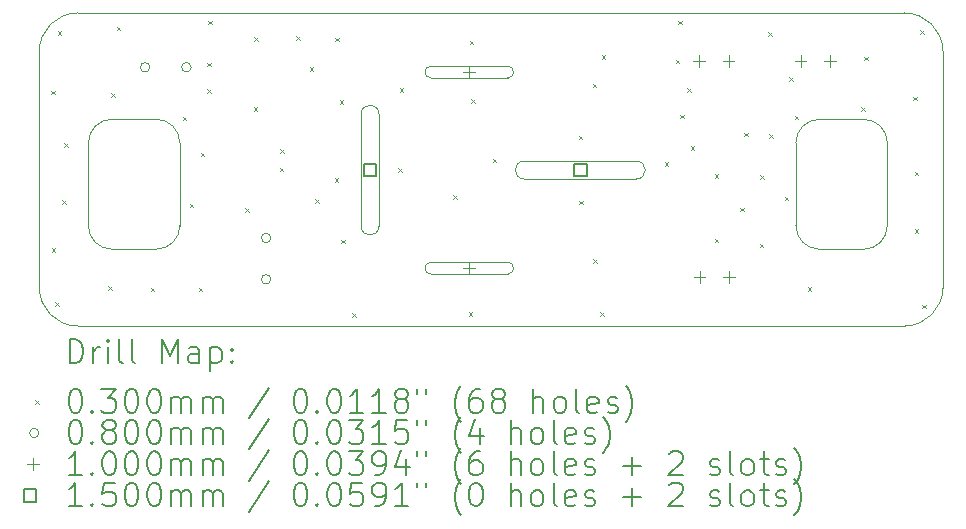
<source format=gbr>
%TF.GenerationSoftware,KiCad,Pcbnew,8.0.8*%
%TF.CreationDate,2026-01-07T21:13:13+09:00*%
%TF.ProjectId,emergency_board_NHK2026,656d6572-6765-46e6-9379-5f626f617264,rev?*%
%TF.SameCoordinates,Original*%
%TF.FileFunction,Drillmap*%
%TF.FilePolarity,Positive*%
%FSLAX45Y45*%
G04 Gerber Fmt 4.5, Leading zero omitted, Abs format (unit mm)*
G04 Created by KiCad (PCBNEW 8.0.8) date 2026-01-07 21:13:13*
%MOMM*%
%LPD*%
G01*
G04 APERTURE LIST*
%ADD10C,0.050000*%
%ADD11C,0.200000*%
%ADD12C,0.100000*%
%ADD13C,0.150000*%
G04 APERTURE END LIST*
D10*
X9325190Y-1999810D02*
G75*
G02*
X9650190Y-2324810I0J-325000D01*
G01*
X1999810Y-2324810D02*
G75*
G02*
X2324810Y-1999810I325000J0D01*
G01*
X2324810Y-4650190D02*
G75*
G02*
X1999810Y-4325190I0J325000D01*
G01*
X9650190Y-4325190D02*
G75*
G02*
X9325190Y-4650190I-325000J0D01*
G01*
X9325000Y-2000000D02*
X2324810Y-1999810D01*
X9650190Y-4325190D02*
X9650000Y-2325000D01*
X2324810Y-4650190D02*
X9325190Y-4650190D01*
X1999810Y-2324810D02*
X1999810Y-4325190D01*
X8605000Y-2900000D02*
X8980000Y-2900000D01*
X8605000Y-4000000D02*
X8980000Y-4000000D01*
X9180000Y-3800000D02*
X9180000Y-3100000D01*
X9180000Y-3800000D02*
G75*
G02*
X8980000Y-4000000I-200000J0D01*
G01*
X8405000Y-3100000D02*
G75*
G02*
X8605000Y-2900000I200000J0D01*
G01*
X8605000Y-4000000D02*
G75*
G02*
X8405000Y-3800000I0J200000D01*
G01*
X8980000Y-2900000D02*
G75*
G02*
X9180000Y-3100000I0J-200000D01*
G01*
X8405000Y-3100000D02*
X8405000Y-3800000D01*
X2990000Y-2900000D02*
G75*
G02*
X3190000Y-3100000I0J-200000D01*
G01*
X3190000Y-3800000D02*
G75*
G02*
X2990000Y-4000000I-200000J0D01*
G01*
X2615000Y-4000000D02*
G75*
G02*
X2415000Y-3800000I0J200000D01*
G01*
X2415000Y-3100000D02*
G75*
G02*
X2615000Y-2900000I200000J0D01*
G01*
X2615000Y-4000000D02*
X2990000Y-4000000D01*
X2615000Y-2900000D02*
X2990000Y-2900000D01*
X2415000Y-3100000D02*
X2415000Y-3800000D01*
X3190000Y-3800000D02*
X3190000Y-3100000D01*
D11*
D12*
X2100000Y-2660000D02*
X2130000Y-2690000D01*
X2130000Y-2660000D02*
X2100000Y-2690000D01*
X2105000Y-3990000D02*
X2135000Y-4020000D01*
X2135000Y-3990000D02*
X2105000Y-4020000D01*
X2135000Y-4450000D02*
X2165000Y-4480000D01*
X2165000Y-4450000D02*
X2135000Y-4480000D01*
X2155000Y-2155000D02*
X2185000Y-2185000D01*
X2185000Y-2155000D02*
X2155000Y-2185000D01*
X2195000Y-3585000D02*
X2225000Y-3615000D01*
X2225000Y-3585000D02*
X2195000Y-3615000D01*
X2210000Y-3105000D02*
X2240000Y-3135000D01*
X2240000Y-3105000D02*
X2210000Y-3135000D01*
X2585000Y-4315000D02*
X2615000Y-4345000D01*
X2615000Y-4315000D02*
X2585000Y-4345000D01*
X2610000Y-2680000D02*
X2640000Y-2710000D01*
X2640000Y-2680000D02*
X2610000Y-2710000D01*
X2655000Y-2115000D02*
X2685000Y-2145000D01*
X2685000Y-2115000D02*
X2655000Y-2145000D01*
X2945000Y-4325000D02*
X2975000Y-4355000D01*
X2975000Y-4325000D02*
X2945000Y-4355000D01*
X3215000Y-2880000D02*
X3245000Y-2910000D01*
X3245000Y-2880000D02*
X3215000Y-2910000D01*
X3275000Y-3615000D02*
X3305000Y-3645000D01*
X3305000Y-3615000D02*
X3275000Y-3645000D01*
X3350000Y-4325000D02*
X3380000Y-4355000D01*
X3380000Y-4325000D02*
X3350000Y-4355000D01*
X3365000Y-3185000D02*
X3395000Y-3215000D01*
X3395000Y-3185000D02*
X3365000Y-3215000D01*
X3420000Y-2420000D02*
X3450000Y-2450000D01*
X3450000Y-2420000D02*
X3420000Y-2450000D01*
X3420000Y-2645000D02*
X3450000Y-2675000D01*
X3450000Y-2645000D02*
X3420000Y-2675000D01*
X3430000Y-2065000D02*
X3460000Y-2095000D01*
X3460000Y-2065000D02*
X3430000Y-2095000D01*
X3745000Y-3655000D02*
X3775000Y-3685000D01*
X3775000Y-3655000D02*
X3745000Y-3685000D01*
X3815000Y-2800000D02*
X3845000Y-2830000D01*
X3845000Y-2800000D02*
X3815000Y-2830000D01*
X3820000Y-2205000D02*
X3850000Y-2235000D01*
X3850000Y-2205000D02*
X3820000Y-2235000D01*
X4035000Y-3310000D02*
X4065000Y-3340000D01*
X4065000Y-3310000D02*
X4035000Y-3340000D01*
X4040000Y-3155000D02*
X4070000Y-3185000D01*
X4070000Y-3155000D02*
X4040000Y-3185000D01*
X4175000Y-2195000D02*
X4205000Y-2225000D01*
X4205000Y-2195000D02*
X4175000Y-2225000D01*
X4290000Y-2460000D02*
X4320000Y-2490000D01*
X4320000Y-2460000D02*
X4290000Y-2490000D01*
X4335000Y-3575000D02*
X4365000Y-3605000D01*
X4365000Y-3575000D02*
X4335000Y-3605000D01*
X4500000Y-3400000D02*
X4530000Y-3430000D01*
X4530000Y-3400000D02*
X4500000Y-3430000D01*
X4505000Y-2210000D02*
X4535000Y-2240000D01*
X4535000Y-2210000D02*
X4505000Y-2240000D01*
X4545000Y-2740000D02*
X4575000Y-2770000D01*
X4575000Y-2740000D02*
X4545000Y-2770000D01*
X4555000Y-3920000D02*
X4585000Y-3950000D01*
X4585000Y-3920000D02*
X4555000Y-3950000D01*
X4650000Y-4540000D02*
X4680000Y-4570000D01*
X4680000Y-4540000D02*
X4650000Y-4570000D01*
X5040000Y-3315000D02*
X5070000Y-3345000D01*
X5070000Y-3315000D02*
X5040000Y-3345000D01*
X5050000Y-2635000D02*
X5080000Y-2665000D01*
X5080000Y-2635000D02*
X5050000Y-2665000D01*
X5505000Y-3545000D02*
X5535000Y-3575000D01*
X5535000Y-3545000D02*
X5505000Y-3575000D01*
X5635000Y-4535000D02*
X5665000Y-4565000D01*
X5665000Y-4535000D02*
X5635000Y-4565000D01*
X5645000Y-2235000D02*
X5675000Y-2265000D01*
X5675000Y-2235000D02*
X5645000Y-2265000D01*
X5655000Y-2730000D02*
X5685000Y-2760000D01*
X5685000Y-2730000D02*
X5655000Y-2760000D01*
X5840000Y-3235000D02*
X5870000Y-3265000D01*
X5870000Y-3235000D02*
X5840000Y-3265000D01*
X6565000Y-3040000D02*
X6595000Y-3070000D01*
X6595000Y-3040000D02*
X6565000Y-3070000D01*
X6570000Y-3590000D02*
X6600000Y-3620000D01*
X6600000Y-3590000D02*
X6570000Y-3620000D01*
X6685000Y-2600000D02*
X6715000Y-2630000D01*
X6715000Y-2600000D02*
X6685000Y-2630000D01*
X6690000Y-4085000D02*
X6720000Y-4115000D01*
X6720000Y-4085000D02*
X6690000Y-4115000D01*
X6750000Y-4535000D02*
X6780000Y-4565000D01*
X6780000Y-4535000D02*
X6750000Y-4565000D01*
X6760000Y-2360000D02*
X6790000Y-2390000D01*
X6790000Y-2360000D02*
X6760000Y-2390000D01*
X7295000Y-3265000D02*
X7325000Y-3295000D01*
X7325000Y-3265000D02*
X7295000Y-3295000D01*
X7390000Y-2395000D02*
X7420000Y-2425000D01*
X7420000Y-2395000D02*
X7390000Y-2425000D01*
X7410000Y-2065000D02*
X7440000Y-2095000D01*
X7440000Y-2065000D02*
X7410000Y-2095000D01*
X7425000Y-2860000D02*
X7455000Y-2890000D01*
X7455000Y-2860000D02*
X7425000Y-2890000D01*
X7485000Y-2635000D02*
X7515000Y-2665000D01*
X7515000Y-2635000D02*
X7485000Y-2665000D01*
X7515000Y-3130000D02*
X7545000Y-3160000D01*
X7545000Y-3130000D02*
X7515000Y-3160000D01*
X7720000Y-3365000D02*
X7750000Y-3395000D01*
X7750000Y-3365000D02*
X7720000Y-3395000D01*
X7720000Y-3910000D02*
X7750000Y-3940000D01*
X7750000Y-3910000D02*
X7720000Y-3940000D01*
X7935000Y-3650000D02*
X7965000Y-3680000D01*
X7965000Y-3650000D02*
X7935000Y-3680000D01*
X7970000Y-3015000D02*
X8000000Y-3045000D01*
X8000000Y-3015000D02*
X7970000Y-3045000D01*
X8100000Y-3955000D02*
X8130000Y-3985000D01*
X8130000Y-3955000D02*
X8100000Y-3985000D01*
X8105000Y-3375000D02*
X8135000Y-3405000D01*
X8135000Y-3375000D02*
X8105000Y-3405000D01*
X8170000Y-2165000D02*
X8200000Y-2195000D01*
X8200000Y-2165000D02*
X8170000Y-2195000D01*
X8180000Y-3025000D02*
X8210000Y-3055000D01*
X8210000Y-3025000D02*
X8180000Y-3055000D01*
X8310000Y-3555000D02*
X8340000Y-3585000D01*
X8340000Y-3555000D02*
X8310000Y-3585000D01*
X8350000Y-2545000D02*
X8380000Y-2575000D01*
X8380000Y-2545000D02*
X8350000Y-2575000D01*
X8395000Y-2870000D02*
X8425000Y-2900000D01*
X8425000Y-2870000D02*
X8395000Y-2900000D01*
X8505000Y-4320000D02*
X8535000Y-4350000D01*
X8535000Y-4320000D02*
X8505000Y-4350000D01*
X8960000Y-2800000D02*
X8990000Y-2830000D01*
X8990000Y-2800000D02*
X8960000Y-2830000D01*
X8985000Y-2370000D02*
X9015000Y-2400000D01*
X9015000Y-2370000D02*
X8985000Y-2400000D01*
X9400000Y-2710000D02*
X9430000Y-2740000D01*
X9430000Y-2710000D02*
X9400000Y-2740000D01*
X9410000Y-3345000D02*
X9440000Y-3375000D01*
X9440000Y-3345000D02*
X9410000Y-3375000D01*
X9410000Y-3830000D02*
X9440000Y-3860000D01*
X9440000Y-3830000D02*
X9410000Y-3860000D01*
X9460000Y-2145000D02*
X9490000Y-2175000D01*
X9490000Y-2145000D02*
X9460000Y-2175000D01*
X9475000Y-4470000D02*
X9505000Y-4500000D01*
X9505000Y-4470000D02*
X9475000Y-4500000D01*
X2935000Y-2460000D02*
G75*
G02*
X2855000Y-2460000I-40000J0D01*
G01*
X2855000Y-2460000D02*
G75*
G02*
X2935000Y-2460000I40000J0D01*
G01*
X3285000Y-2460000D02*
G75*
G02*
X3205000Y-2460000I-40000J0D01*
G01*
X3205000Y-2460000D02*
G75*
G02*
X3285000Y-2460000I40000J0D01*
G01*
X3960000Y-3905000D02*
G75*
G02*
X3880000Y-3905000I-40000J0D01*
G01*
X3880000Y-3905000D02*
G75*
G02*
X3960000Y-3905000I40000J0D01*
G01*
X3960000Y-4255000D02*
G75*
G02*
X3880000Y-4255000I-40000J0D01*
G01*
X3880000Y-4255000D02*
G75*
G02*
X3960000Y-4255000I40000J0D01*
G01*
X5640000Y-2450000D02*
X5640000Y-2550000D01*
X5590000Y-2500000D02*
X5690000Y-2500000D01*
X5315000Y-2550000D02*
X5965000Y-2550000D01*
X5965000Y-2450000D02*
G75*
G02*
X5965000Y-2550000I0J-50000D01*
G01*
X5965000Y-2450000D02*
X5315000Y-2450000D01*
X5315000Y-2450000D02*
G75*
G03*
X5315000Y-2550000I0J-50000D01*
G01*
X5640000Y-4110000D02*
X5640000Y-4210000D01*
X5590000Y-4160000D02*
X5690000Y-4160000D01*
X5315000Y-4210000D02*
X5965000Y-4210000D01*
X5965000Y-4110000D02*
G75*
G02*
X5965000Y-4210000I0J-50000D01*
G01*
X5965000Y-4110000D02*
X5315000Y-4110000D01*
X5315000Y-4110000D02*
G75*
G03*
X5315000Y-4210000I0J-50000D01*
G01*
X7585000Y-2355000D02*
X7585000Y-2455000D01*
X7535000Y-2405000D02*
X7635000Y-2405000D01*
X7590000Y-4185000D02*
X7590000Y-4285000D01*
X7540000Y-4235000D02*
X7640000Y-4235000D01*
X7835000Y-2355000D02*
X7835000Y-2455000D01*
X7785000Y-2405000D02*
X7885000Y-2405000D01*
X7840000Y-4185000D02*
X7840000Y-4285000D01*
X7790000Y-4235000D02*
X7890000Y-4235000D01*
X8445000Y-2355000D02*
X8445000Y-2455000D01*
X8395000Y-2405000D02*
X8495000Y-2405000D01*
X8695000Y-2355000D02*
X8695000Y-2455000D01*
X8645000Y-2405000D02*
X8745000Y-2405000D01*
D13*
X4853034Y-3383033D02*
X4853034Y-3276966D01*
X4746967Y-3276966D01*
X4746967Y-3383033D01*
X4853034Y-3383033D01*
D12*
X4725000Y-2855000D02*
X4725000Y-3805000D01*
X4875000Y-3805000D02*
G75*
G02*
X4725000Y-3805000I-75000J0D01*
G01*
X4875000Y-3805000D02*
X4875000Y-2855000D01*
X4875000Y-2855000D02*
G75*
G03*
X4725000Y-2855000I-75000J0D01*
G01*
D13*
X6633033Y-3383033D02*
X6633033Y-3276966D01*
X6526966Y-3276966D01*
X6526966Y-3383033D01*
X6633033Y-3383033D01*
D12*
X6105000Y-3405000D02*
X7055000Y-3405000D01*
X7055000Y-3255000D02*
G75*
G02*
X7055000Y-3405000I0J-75000D01*
G01*
X7055000Y-3255000D02*
X6105000Y-3255000D01*
X6105000Y-3255000D02*
G75*
G03*
X6105000Y-3405000I0J-75000D01*
G01*
D11*
X2258087Y-4964174D02*
X2258087Y-4764174D01*
X2258087Y-4764174D02*
X2305706Y-4764174D01*
X2305706Y-4764174D02*
X2334277Y-4773698D01*
X2334277Y-4773698D02*
X2353325Y-4792746D01*
X2353325Y-4792746D02*
X2362848Y-4811793D01*
X2362848Y-4811793D02*
X2372372Y-4849888D01*
X2372372Y-4849888D02*
X2372372Y-4878460D01*
X2372372Y-4878460D02*
X2362848Y-4916555D01*
X2362848Y-4916555D02*
X2353325Y-4935603D01*
X2353325Y-4935603D02*
X2334277Y-4954650D01*
X2334277Y-4954650D02*
X2305706Y-4964174D01*
X2305706Y-4964174D02*
X2258087Y-4964174D01*
X2458087Y-4964174D02*
X2458087Y-4830841D01*
X2458087Y-4868936D02*
X2467610Y-4849888D01*
X2467610Y-4849888D02*
X2477134Y-4840365D01*
X2477134Y-4840365D02*
X2496182Y-4830841D01*
X2496182Y-4830841D02*
X2515229Y-4830841D01*
X2581896Y-4964174D02*
X2581896Y-4830841D01*
X2581896Y-4764174D02*
X2572372Y-4773698D01*
X2572372Y-4773698D02*
X2581896Y-4783222D01*
X2581896Y-4783222D02*
X2591420Y-4773698D01*
X2591420Y-4773698D02*
X2581896Y-4764174D01*
X2581896Y-4764174D02*
X2581896Y-4783222D01*
X2705706Y-4964174D02*
X2686658Y-4954650D01*
X2686658Y-4954650D02*
X2677134Y-4935603D01*
X2677134Y-4935603D02*
X2677134Y-4764174D01*
X2810467Y-4964174D02*
X2791420Y-4954650D01*
X2791420Y-4954650D02*
X2781896Y-4935603D01*
X2781896Y-4935603D02*
X2781896Y-4764174D01*
X3039039Y-4964174D02*
X3039039Y-4764174D01*
X3039039Y-4764174D02*
X3105706Y-4907031D01*
X3105706Y-4907031D02*
X3172372Y-4764174D01*
X3172372Y-4764174D02*
X3172372Y-4964174D01*
X3353325Y-4964174D02*
X3353325Y-4859412D01*
X3353325Y-4859412D02*
X3343801Y-4840365D01*
X3343801Y-4840365D02*
X3324753Y-4830841D01*
X3324753Y-4830841D02*
X3286658Y-4830841D01*
X3286658Y-4830841D02*
X3267610Y-4840365D01*
X3353325Y-4954650D02*
X3334277Y-4964174D01*
X3334277Y-4964174D02*
X3286658Y-4964174D01*
X3286658Y-4964174D02*
X3267610Y-4954650D01*
X3267610Y-4954650D02*
X3258086Y-4935603D01*
X3258086Y-4935603D02*
X3258086Y-4916555D01*
X3258086Y-4916555D02*
X3267610Y-4897507D01*
X3267610Y-4897507D02*
X3286658Y-4887984D01*
X3286658Y-4887984D02*
X3334277Y-4887984D01*
X3334277Y-4887984D02*
X3353325Y-4878460D01*
X3448563Y-4830841D02*
X3448563Y-5030841D01*
X3448563Y-4840365D02*
X3467610Y-4830841D01*
X3467610Y-4830841D02*
X3505706Y-4830841D01*
X3505706Y-4830841D02*
X3524753Y-4840365D01*
X3524753Y-4840365D02*
X3534277Y-4849888D01*
X3534277Y-4849888D02*
X3543801Y-4868936D01*
X3543801Y-4868936D02*
X3543801Y-4926079D01*
X3543801Y-4926079D02*
X3534277Y-4945126D01*
X3534277Y-4945126D02*
X3524753Y-4954650D01*
X3524753Y-4954650D02*
X3505706Y-4964174D01*
X3505706Y-4964174D02*
X3467610Y-4964174D01*
X3467610Y-4964174D02*
X3448563Y-4954650D01*
X3629515Y-4945126D02*
X3639039Y-4954650D01*
X3639039Y-4954650D02*
X3629515Y-4964174D01*
X3629515Y-4964174D02*
X3619991Y-4954650D01*
X3619991Y-4954650D02*
X3629515Y-4945126D01*
X3629515Y-4945126D02*
X3629515Y-4964174D01*
X3629515Y-4840365D02*
X3639039Y-4849888D01*
X3639039Y-4849888D02*
X3629515Y-4859412D01*
X3629515Y-4859412D02*
X3619991Y-4849888D01*
X3619991Y-4849888D02*
X3629515Y-4840365D01*
X3629515Y-4840365D02*
X3629515Y-4859412D01*
D12*
X1967310Y-5277690D02*
X1997310Y-5307690D01*
X1997310Y-5277690D02*
X1967310Y-5307690D01*
D11*
X2296182Y-5184174D02*
X2315229Y-5184174D01*
X2315229Y-5184174D02*
X2334277Y-5193698D01*
X2334277Y-5193698D02*
X2343801Y-5203222D01*
X2343801Y-5203222D02*
X2353325Y-5222269D01*
X2353325Y-5222269D02*
X2362848Y-5260365D01*
X2362848Y-5260365D02*
X2362848Y-5307984D01*
X2362848Y-5307984D02*
X2353325Y-5346079D01*
X2353325Y-5346079D02*
X2343801Y-5365126D01*
X2343801Y-5365126D02*
X2334277Y-5374650D01*
X2334277Y-5374650D02*
X2315229Y-5384174D01*
X2315229Y-5384174D02*
X2296182Y-5384174D01*
X2296182Y-5384174D02*
X2277134Y-5374650D01*
X2277134Y-5374650D02*
X2267610Y-5365126D01*
X2267610Y-5365126D02*
X2258087Y-5346079D01*
X2258087Y-5346079D02*
X2248563Y-5307984D01*
X2248563Y-5307984D02*
X2248563Y-5260365D01*
X2248563Y-5260365D02*
X2258087Y-5222269D01*
X2258087Y-5222269D02*
X2267610Y-5203222D01*
X2267610Y-5203222D02*
X2277134Y-5193698D01*
X2277134Y-5193698D02*
X2296182Y-5184174D01*
X2448563Y-5365126D02*
X2458087Y-5374650D01*
X2458087Y-5374650D02*
X2448563Y-5384174D01*
X2448563Y-5384174D02*
X2439039Y-5374650D01*
X2439039Y-5374650D02*
X2448563Y-5365126D01*
X2448563Y-5365126D02*
X2448563Y-5384174D01*
X2524753Y-5184174D02*
X2648563Y-5184174D01*
X2648563Y-5184174D02*
X2581896Y-5260365D01*
X2581896Y-5260365D02*
X2610468Y-5260365D01*
X2610468Y-5260365D02*
X2629515Y-5269888D01*
X2629515Y-5269888D02*
X2639039Y-5279412D01*
X2639039Y-5279412D02*
X2648563Y-5298460D01*
X2648563Y-5298460D02*
X2648563Y-5346079D01*
X2648563Y-5346079D02*
X2639039Y-5365126D01*
X2639039Y-5365126D02*
X2629515Y-5374650D01*
X2629515Y-5374650D02*
X2610468Y-5384174D01*
X2610468Y-5384174D02*
X2553325Y-5384174D01*
X2553325Y-5384174D02*
X2534277Y-5374650D01*
X2534277Y-5374650D02*
X2524753Y-5365126D01*
X2772372Y-5184174D02*
X2791420Y-5184174D01*
X2791420Y-5184174D02*
X2810467Y-5193698D01*
X2810467Y-5193698D02*
X2819991Y-5203222D01*
X2819991Y-5203222D02*
X2829515Y-5222269D01*
X2829515Y-5222269D02*
X2839039Y-5260365D01*
X2839039Y-5260365D02*
X2839039Y-5307984D01*
X2839039Y-5307984D02*
X2829515Y-5346079D01*
X2829515Y-5346079D02*
X2819991Y-5365126D01*
X2819991Y-5365126D02*
X2810467Y-5374650D01*
X2810467Y-5374650D02*
X2791420Y-5384174D01*
X2791420Y-5384174D02*
X2772372Y-5384174D01*
X2772372Y-5384174D02*
X2753325Y-5374650D01*
X2753325Y-5374650D02*
X2743801Y-5365126D01*
X2743801Y-5365126D02*
X2734277Y-5346079D01*
X2734277Y-5346079D02*
X2724753Y-5307984D01*
X2724753Y-5307984D02*
X2724753Y-5260365D01*
X2724753Y-5260365D02*
X2734277Y-5222269D01*
X2734277Y-5222269D02*
X2743801Y-5203222D01*
X2743801Y-5203222D02*
X2753325Y-5193698D01*
X2753325Y-5193698D02*
X2772372Y-5184174D01*
X2962848Y-5184174D02*
X2981896Y-5184174D01*
X2981896Y-5184174D02*
X3000944Y-5193698D01*
X3000944Y-5193698D02*
X3010467Y-5203222D01*
X3010467Y-5203222D02*
X3019991Y-5222269D01*
X3019991Y-5222269D02*
X3029515Y-5260365D01*
X3029515Y-5260365D02*
X3029515Y-5307984D01*
X3029515Y-5307984D02*
X3019991Y-5346079D01*
X3019991Y-5346079D02*
X3010467Y-5365126D01*
X3010467Y-5365126D02*
X3000944Y-5374650D01*
X3000944Y-5374650D02*
X2981896Y-5384174D01*
X2981896Y-5384174D02*
X2962848Y-5384174D01*
X2962848Y-5384174D02*
X2943801Y-5374650D01*
X2943801Y-5374650D02*
X2934277Y-5365126D01*
X2934277Y-5365126D02*
X2924753Y-5346079D01*
X2924753Y-5346079D02*
X2915229Y-5307984D01*
X2915229Y-5307984D02*
X2915229Y-5260365D01*
X2915229Y-5260365D02*
X2924753Y-5222269D01*
X2924753Y-5222269D02*
X2934277Y-5203222D01*
X2934277Y-5203222D02*
X2943801Y-5193698D01*
X2943801Y-5193698D02*
X2962848Y-5184174D01*
X3115229Y-5384174D02*
X3115229Y-5250841D01*
X3115229Y-5269888D02*
X3124753Y-5260365D01*
X3124753Y-5260365D02*
X3143801Y-5250841D01*
X3143801Y-5250841D02*
X3172372Y-5250841D01*
X3172372Y-5250841D02*
X3191420Y-5260365D01*
X3191420Y-5260365D02*
X3200944Y-5279412D01*
X3200944Y-5279412D02*
X3200944Y-5384174D01*
X3200944Y-5279412D02*
X3210467Y-5260365D01*
X3210467Y-5260365D02*
X3229515Y-5250841D01*
X3229515Y-5250841D02*
X3258086Y-5250841D01*
X3258086Y-5250841D02*
X3277134Y-5260365D01*
X3277134Y-5260365D02*
X3286658Y-5279412D01*
X3286658Y-5279412D02*
X3286658Y-5384174D01*
X3381896Y-5384174D02*
X3381896Y-5250841D01*
X3381896Y-5269888D02*
X3391420Y-5260365D01*
X3391420Y-5260365D02*
X3410467Y-5250841D01*
X3410467Y-5250841D02*
X3439039Y-5250841D01*
X3439039Y-5250841D02*
X3458087Y-5260365D01*
X3458087Y-5260365D02*
X3467610Y-5279412D01*
X3467610Y-5279412D02*
X3467610Y-5384174D01*
X3467610Y-5279412D02*
X3477134Y-5260365D01*
X3477134Y-5260365D02*
X3496182Y-5250841D01*
X3496182Y-5250841D02*
X3524753Y-5250841D01*
X3524753Y-5250841D02*
X3543801Y-5260365D01*
X3543801Y-5260365D02*
X3553325Y-5279412D01*
X3553325Y-5279412D02*
X3553325Y-5384174D01*
X3943801Y-5174650D02*
X3772372Y-5431793D01*
X4200944Y-5184174D02*
X4219992Y-5184174D01*
X4219992Y-5184174D02*
X4239039Y-5193698D01*
X4239039Y-5193698D02*
X4248563Y-5203222D01*
X4248563Y-5203222D02*
X4258087Y-5222269D01*
X4258087Y-5222269D02*
X4267611Y-5260365D01*
X4267611Y-5260365D02*
X4267611Y-5307984D01*
X4267611Y-5307984D02*
X4258087Y-5346079D01*
X4258087Y-5346079D02*
X4248563Y-5365126D01*
X4248563Y-5365126D02*
X4239039Y-5374650D01*
X4239039Y-5374650D02*
X4219992Y-5384174D01*
X4219992Y-5384174D02*
X4200944Y-5384174D01*
X4200944Y-5384174D02*
X4181896Y-5374650D01*
X4181896Y-5374650D02*
X4172372Y-5365126D01*
X4172372Y-5365126D02*
X4162849Y-5346079D01*
X4162849Y-5346079D02*
X4153325Y-5307984D01*
X4153325Y-5307984D02*
X4153325Y-5260365D01*
X4153325Y-5260365D02*
X4162849Y-5222269D01*
X4162849Y-5222269D02*
X4172372Y-5203222D01*
X4172372Y-5203222D02*
X4181896Y-5193698D01*
X4181896Y-5193698D02*
X4200944Y-5184174D01*
X4353325Y-5365126D02*
X4362849Y-5374650D01*
X4362849Y-5374650D02*
X4353325Y-5384174D01*
X4353325Y-5384174D02*
X4343801Y-5374650D01*
X4343801Y-5374650D02*
X4353325Y-5365126D01*
X4353325Y-5365126D02*
X4353325Y-5384174D01*
X4486658Y-5184174D02*
X4505706Y-5184174D01*
X4505706Y-5184174D02*
X4524753Y-5193698D01*
X4524753Y-5193698D02*
X4534277Y-5203222D01*
X4534277Y-5203222D02*
X4543801Y-5222269D01*
X4543801Y-5222269D02*
X4553325Y-5260365D01*
X4553325Y-5260365D02*
X4553325Y-5307984D01*
X4553325Y-5307984D02*
X4543801Y-5346079D01*
X4543801Y-5346079D02*
X4534277Y-5365126D01*
X4534277Y-5365126D02*
X4524753Y-5374650D01*
X4524753Y-5374650D02*
X4505706Y-5384174D01*
X4505706Y-5384174D02*
X4486658Y-5384174D01*
X4486658Y-5384174D02*
X4467611Y-5374650D01*
X4467611Y-5374650D02*
X4458087Y-5365126D01*
X4458087Y-5365126D02*
X4448563Y-5346079D01*
X4448563Y-5346079D02*
X4439039Y-5307984D01*
X4439039Y-5307984D02*
X4439039Y-5260365D01*
X4439039Y-5260365D02*
X4448563Y-5222269D01*
X4448563Y-5222269D02*
X4458087Y-5203222D01*
X4458087Y-5203222D02*
X4467611Y-5193698D01*
X4467611Y-5193698D02*
X4486658Y-5184174D01*
X4743801Y-5384174D02*
X4629515Y-5384174D01*
X4686658Y-5384174D02*
X4686658Y-5184174D01*
X4686658Y-5184174D02*
X4667611Y-5212746D01*
X4667611Y-5212746D02*
X4648563Y-5231793D01*
X4648563Y-5231793D02*
X4629515Y-5241317D01*
X4934277Y-5384174D02*
X4819992Y-5384174D01*
X4877134Y-5384174D02*
X4877134Y-5184174D01*
X4877134Y-5184174D02*
X4858087Y-5212746D01*
X4858087Y-5212746D02*
X4839039Y-5231793D01*
X4839039Y-5231793D02*
X4819992Y-5241317D01*
X5048563Y-5269888D02*
X5029515Y-5260365D01*
X5029515Y-5260365D02*
X5019992Y-5250841D01*
X5019992Y-5250841D02*
X5010468Y-5231793D01*
X5010468Y-5231793D02*
X5010468Y-5222269D01*
X5010468Y-5222269D02*
X5019992Y-5203222D01*
X5019992Y-5203222D02*
X5029515Y-5193698D01*
X5029515Y-5193698D02*
X5048563Y-5184174D01*
X5048563Y-5184174D02*
X5086658Y-5184174D01*
X5086658Y-5184174D02*
X5105706Y-5193698D01*
X5105706Y-5193698D02*
X5115230Y-5203222D01*
X5115230Y-5203222D02*
X5124753Y-5222269D01*
X5124753Y-5222269D02*
X5124753Y-5231793D01*
X5124753Y-5231793D02*
X5115230Y-5250841D01*
X5115230Y-5250841D02*
X5105706Y-5260365D01*
X5105706Y-5260365D02*
X5086658Y-5269888D01*
X5086658Y-5269888D02*
X5048563Y-5269888D01*
X5048563Y-5269888D02*
X5029515Y-5279412D01*
X5029515Y-5279412D02*
X5019992Y-5288936D01*
X5019992Y-5288936D02*
X5010468Y-5307984D01*
X5010468Y-5307984D02*
X5010468Y-5346079D01*
X5010468Y-5346079D02*
X5019992Y-5365126D01*
X5019992Y-5365126D02*
X5029515Y-5374650D01*
X5029515Y-5374650D02*
X5048563Y-5384174D01*
X5048563Y-5384174D02*
X5086658Y-5384174D01*
X5086658Y-5384174D02*
X5105706Y-5374650D01*
X5105706Y-5374650D02*
X5115230Y-5365126D01*
X5115230Y-5365126D02*
X5124753Y-5346079D01*
X5124753Y-5346079D02*
X5124753Y-5307984D01*
X5124753Y-5307984D02*
X5115230Y-5288936D01*
X5115230Y-5288936D02*
X5105706Y-5279412D01*
X5105706Y-5279412D02*
X5086658Y-5269888D01*
X5200944Y-5184174D02*
X5200944Y-5222269D01*
X5277134Y-5184174D02*
X5277134Y-5222269D01*
X5572373Y-5460365D02*
X5562849Y-5450841D01*
X5562849Y-5450841D02*
X5543801Y-5422269D01*
X5543801Y-5422269D02*
X5534277Y-5403222D01*
X5534277Y-5403222D02*
X5524754Y-5374650D01*
X5524754Y-5374650D02*
X5515230Y-5327031D01*
X5515230Y-5327031D02*
X5515230Y-5288936D01*
X5515230Y-5288936D02*
X5524754Y-5241317D01*
X5524754Y-5241317D02*
X5534277Y-5212746D01*
X5534277Y-5212746D02*
X5543801Y-5193698D01*
X5543801Y-5193698D02*
X5562849Y-5165126D01*
X5562849Y-5165126D02*
X5572373Y-5155603D01*
X5734277Y-5184174D02*
X5696182Y-5184174D01*
X5696182Y-5184174D02*
X5677134Y-5193698D01*
X5677134Y-5193698D02*
X5667611Y-5203222D01*
X5667611Y-5203222D02*
X5648563Y-5231793D01*
X5648563Y-5231793D02*
X5639039Y-5269888D01*
X5639039Y-5269888D02*
X5639039Y-5346079D01*
X5639039Y-5346079D02*
X5648563Y-5365126D01*
X5648563Y-5365126D02*
X5658087Y-5374650D01*
X5658087Y-5374650D02*
X5677134Y-5384174D01*
X5677134Y-5384174D02*
X5715230Y-5384174D01*
X5715230Y-5384174D02*
X5734277Y-5374650D01*
X5734277Y-5374650D02*
X5743801Y-5365126D01*
X5743801Y-5365126D02*
X5753325Y-5346079D01*
X5753325Y-5346079D02*
X5753325Y-5298460D01*
X5753325Y-5298460D02*
X5743801Y-5279412D01*
X5743801Y-5279412D02*
X5734277Y-5269888D01*
X5734277Y-5269888D02*
X5715230Y-5260365D01*
X5715230Y-5260365D02*
X5677134Y-5260365D01*
X5677134Y-5260365D02*
X5658087Y-5269888D01*
X5658087Y-5269888D02*
X5648563Y-5279412D01*
X5648563Y-5279412D02*
X5639039Y-5298460D01*
X5867611Y-5269888D02*
X5848563Y-5260365D01*
X5848563Y-5260365D02*
X5839039Y-5250841D01*
X5839039Y-5250841D02*
X5829515Y-5231793D01*
X5829515Y-5231793D02*
X5829515Y-5222269D01*
X5829515Y-5222269D02*
X5839039Y-5203222D01*
X5839039Y-5203222D02*
X5848563Y-5193698D01*
X5848563Y-5193698D02*
X5867611Y-5184174D01*
X5867611Y-5184174D02*
X5905706Y-5184174D01*
X5905706Y-5184174D02*
X5924753Y-5193698D01*
X5924753Y-5193698D02*
X5934277Y-5203222D01*
X5934277Y-5203222D02*
X5943801Y-5222269D01*
X5943801Y-5222269D02*
X5943801Y-5231793D01*
X5943801Y-5231793D02*
X5934277Y-5250841D01*
X5934277Y-5250841D02*
X5924753Y-5260365D01*
X5924753Y-5260365D02*
X5905706Y-5269888D01*
X5905706Y-5269888D02*
X5867611Y-5269888D01*
X5867611Y-5269888D02*
X5848563Y-5279412D01*
X5848563Y-5279412D02*
X5839039Y-5288936D01*
X5839039Y-5288936D02*
X5829515Y-5307984D01*
X5829515Y-5307984D02*
X5829515Y-5346079D01*
X5829515Y-5346079D02*
X5839039Y-5365126D01*
X5839039Y-5365126D02*
X5848563Y-5374650D01*
X5848563Y-5374650D02*
X5867611Y-5384174D01*
X5867611Y-5384174D02*
X5905706Y-5384174D01*
X5905706Y-5384174D02*
X5924753Y-5374650D01*
X5924753Y-5374650D02*
X5934277Y-5365126D01*
X5934277Y-5365126D02*
X5943801Y-5346079D01*
X5943801Y-5346079D02*
X5943801Y-5307984D01*
X5943801Y-5307984D02*
X5934277Y-5288936D01*
X5934277Y-5288936D02*
X5924753Y-5279412D01*
X5924753Y-5279412D02*
X5905706Y-5269888D01*
X6181896Y-5384174D02*
X6181896Y-5184174D01*
X6267611Y-5384174D02*
X6267611Y-5279412D01*
X6267611Y-5279412D02*
X6258087Y-5260365D01*
X6258087Y-5260365D02*
X6239039Y-5250841D01*
X6239039Y-5250841D02*
X6210468Y-5250841D01*
X6210468Y-5250841D02*
X6191420Y-5260365D01*
X6191420Y-5260365D02*
X6181896Y-5269888D01*
X6391420Y-5384174D02*
X6372373Y-5374650D01*
X6372373Y-5374650D02*
X6362849Y-5365126D01*
X6362849Y-5365126D02*
X6353325Y-5346079D01*
X6353325Y-5346079D02*
X6353325Y-5288936D01*
X6353325Y-5288936D02*
X6362849Y-5269888D01*
X6362849Y-5269888D02*
X6372373Y-5260365D01*
X6372373Y-5260365D02*
X6391420Y-5250841D01*
X6391420Y-5250841D02*
X6419992Y-5250841D01*
X6419992Y-5250841D02*
X6439039Y-5260365D01*
X6439039Y-5260365D02*
X6448563Y-5269888D01*
X6448563Y-5269888D02*
X6458087Y-5288936D01*
X6458087Y-5288936D02*
X6458087Y-5346079D01*
X6458087Y-5346079D02*
X6448563Y-5365126D01*
X6448563Y-5365126D02*
X6439039Y-5374650D01*
X6439039Y-5374650D02*
X6419992Y-5384174D01*
X6419992Y-5384174D02*
X6391420Y-5384174D01*
X6572373Y-5384174D02*
X6553325Y-5374650D01*
X6553325Y-5374650D02*
X6543801Y-5355603D01*
X6543801Y-5355603D02*
X6543801Y-5184174D01*
X6724754Y-5374650D02*
X6705706Y-5384174D01*
X6705706Y-5384174D02*
X6667611Y-5384174D01*
X6667611Y-5384174D02*
X6648563Y-5374650D01*
X6648563Y-5374650D02*
X6639039Y-5355603D01*
X6639039Y-5355603D02*
X6639039Y-5279412D01*
X6639039Y-5279412D02*
X6648563Y-5260365D01*
X6648563Y-5260365D02*
X6667611Y-5250841D01*
X6667611Y-5250841D02*
X6705706Y-5250841D01*
X6705706Y-5250841D02*
X6724754Y-5260365D01*
X6724754Y-5260365D02*
X6734277Y-5279412D01*
X6734277Y-5279412D02*
X6734277Y-5298460D01*
X6734277Y-5298460D02*
X6639039Y-5317507D01*
X6810468Y-5374650D02*
X6829515Y-5384174D01*
X6829515Y-5384174D02*
X6867611Y-5384174D01*
X6867611Y-5384174D02*
X6886658Y-5374650D01*
X6886658Y-5374650D02*
X6896182Y-5355603D01*
X6896182Y-5355603D02*
X6896182Y-5346079D01*
X6896182Y-5346079D02*
X6886658Y-5327031D01*
X6886658Y-5327031D02*
X6867611Y-5317507D01*
X6867611Y-5317507D02*
X6839039Y-5317507D01*
X6839039Y-5317507D02*
X6819992Y-5307984D01*
X6819992Y-5307984D02*
X6810468Y-5288936D01*
X6810468Y-5288936D02*
X6810468Y-5279412D01*
X6810468Y-5279412D02*
X6819992Y-5260365D01*
X6819992Y-5260365D02*
X6839039Y-5250841D01*
X6839039Y-5250841D02*
X6867611Y-5250841D01*
X6867611Y-5250841D02*
X6886658Y-5260365D01*
X6962849Y-5460365D02*
X6972373Y-5450841D01*
X6972373Y-5450841D02*
X6991420Y-5422269D01*
X6991420Y-5422269D02*
X7000944Y-5403222D01*
X7000944Y-5403222D02*
X7010468Y-5374650D01*
X7010468Y-5374650D02*
X7019992Y-5327031D01*
X7019992Y-5327031D02*
X7019992Y-5288936D01*
X7019992Y-5288936D02*
X7010468Y-5241317D01*
X7010468Y-5241317D02*
X7000944Y-5212746D01*
X7000944Y-5212746D02*
X6991420Y-5193698D01*
X6991420Y-5193698D02*
X6972373Y-5165126D01*
X6972373Y-5165126D02*
X6962849Y-5155603D01*
D12*
X1997310Y-5556690D02*
G75*
G02*
X1917310Y-5556690I-40000J0D01*
G01*
X1917310Y-5556690D02*
G75*
G02*
X1997310Y-5556690I40000J0D01*
G01*
D11*
X2296182Y-5448174D02*
X2315229Y-5448174D01*
X2315229Y-5448174D02*
X2334277Y-5457698D01*
X2334277Y-5457698D02*
X2343801Y-5467222D01*
X2343801Y-5467222D02*
X2353325Y-5486269D01*
X2353325Y-5486269D02*
X2362848Y-5524365D01*
X2362848Y-5524365D02*
X2362848Y-5571984D01*
X2362848Y-5571984D02*
X2353325Y-5610079D01*
X2353325Y-5610079D02*
X2343801Y-5629126D01*
X2343801Y-5629126D02*
X2334277Y-5638650D01*
X2334277Y-5638650D02*
X2315229Y-5648174D01*
X2315229Y-5648174D02*
X2296182Y-5648174D01*
X2296182Y-5648174D02*
X2277134Y-5638650D01*
X2277134Y-5638650D02*
X2267610Y-5629126D01*
X2267610Y-5629126D02*
X2258087Y-5610079D01*
X2258087Y-5610079D02*
X2248563Y-5571984D01*
X2248563Y-5571984D02*
X2248563Y-5524365D01*
X2248563Y-5524365D02*
X2258087Y-5486269D01*
X2258087Y-5486269D02*
X2267610Y-5467222D01*
X2267610Y-5467222D02*
X2277134Y-5457698D01*
X2277134Y-5457698D02*
X2296182Y-5448174D01*
X2448563Y-5629126D02*
X2458087Y-5638650D01*
X2458087Y-5638650D02*
X2448563Y-5648174D01*
X2448563Y-5648174D02*
X2439039Y-5638650D01*
X2439039Y-5638650D02*
X2448563Y-5629126D01*
X2448563Y-5629126D02*
X2448563Y-5648174D01*
X2572372Y-5533888D02*
X2553325Y-5524365D01*
X2553325Y-5524365D02*
X2543801Y-5514841D01*
X2543801Y-5514841D02*
X2534277Y-5495793D01*
X2534277Y-5495793D02*
X2534277Y-5486269D01*
X2534277Y-5486269D02*
X2543801Y-5467222D01*
X2543801Y-5467222D02*
X2553325Y-5457698D01*
X2553325Y-5457698D02*
X2572372Y-5448174D01*
X2572372Y-5448174D02*
X2610468Y-5448174D01*
X2610468Y-5448174D02*
X2629515Y-5457698D01*
X2629515Y-5457698D02*
X2639039Y-5467222D01*
X2639039Y-5467222D02*
X2648563Y-5486269D01*
X2648563Y-5486269D02*
X2648563Y-5495793D01*
X2648563Y-5495793D02*
X2639039Y-5514841D01*
X2639039Y-5514841D02*
X2629515Y-5524365D01*
X2629515Y-5524365D02*
X2610468Y-5533888D01*
X2610468Y-5533888D02*
X2572372Y-5533888D01*
X2572372Y-5533888D02*
X2553325Y-5543412D01*
X2553325Y-5543412D02*
X2543801Y-5552936D01*
X2543801Y-5552936D02*
X2534277Y-5571984D01*
X2534277Y-5571984D02*
X2534277Y-5610079D01*
X2534277Y-5610079D02*
X2543801Y-5629126D01*
X2543801Y-5629126D02*
X2553325Y-5638650D01*
X2553325Y-5638650D02*
X2572372Y-5648174D01*
X2572372Y-5648174D02*
X2610468Y-5648174D01*
X2610468Y-5648174D02*
X2629515Y-5638650D01*
X2629515Y-5638650D02*
X2639039Y-5629126D01*
X2639039Y-5629126D02*
X2648563Y-5610079D01*
X2648563Y-5610079D02*
X2648563Y-5571984D01*
X2648563Y-5571984D02*
X2639039Y-5552936D01*
X2639039Y-5552936D02*
X2629515Y-5543412D01*
X2629515Y-5543412D02*
X2610468Y-5533888D01*
X2772372Y-5448174D02*
X2791420Y-5448174D01*
X2791420Y-5448174D02*
X2810467Y-5457698D01*
X2810467Y-5457698D02*
X2819991Y-5467222D01*
X2819991Y-5467222D02*
X2829515Y-5486269D01*
X2829515Y-5486269D02*
X2839039Y-5524365D01*
X2839039Y-5524365D02*
X2839039Y-5571984D01*
X2839039Y-5571984D02*
X2829515Y-5610079D01*
X2829515Y-5610079D02*
X2819991Y-5629126D01*
X2819991Y-5629126D02*
X2810467Y-5638650D01*
X2810467Y-5638650D02*
X2791420Y-5648174D01*
X2791420Y-5648174D02*
X2772372Y-5648174D01*
X2772372Y-5648174D02*
X2753325Y-5638650D01*
X2753325Y-5638650D02*
X2743801Y-5629126D01*
X2743801Y-5629126D02*
X2734277Y-5610079D01*
X2734277Y-5610079D02*
X2724753Y-5571984D01*
X2724753Y-5571984D02*
X2724753Y-5524365D01*
X2724753Y-5524365D02*
X2734277Y-5486269D01*
X2734277Y-5486269D02*
X2743801Y-5467222D01*
X2743801Y-5467222D02*
X2753325Y-5457698D01*
X2753325Y-5457698D02*
X2772372Y-5448174D01*
X2962848Y-5448174D02*
X2981896Y-5448174D01*
X2981896Y-5448174D02*
X3000944Y-5457698D01*
X3000944Y-5457698D02*
X3010467Y-5467222D01*
X3010467Y-5467222D02*
X3019991Y-5486269D01*
X3019991Y-5486269D02*
X3029515Y-5524365D01*
X3029515Y-5524365D02*
X3029515Y-5571984D01*
X3029515Y-5571984D02*
X3019991Y-5610079D01*
X3019991Y-5610079D02*
X3010467Y-5629126D01*
X3010467Y-5629126D02*
X3000944Y-5638650D01*
X3000944Y-5638650D02*
X2981896Y-5648174D01*
X2981896Y-5648174D02*
X2962848Y-5648174D01*
X2962848Y-5648174D02*
X2943801Y-5638650D01*
X2943801Y-5638650D02*
X2934277Y-5629126D01*
X2934277Y-5629126D02*
X2924753Y-5610079D01*
X2924753Y-5610079D02*
X2915229Y-5571984D01*
X2915229Y-5571984D02*
X2915229Y-5524365D01*
X2915229Y-5524365D02*
X2924753Y-5486269D01*
X2924753Y-5486269D02*
X2934277Y-5467222D01*
X2934277Y-5467222D02*
X2943801Y-5457698D01*
X2943801Y-5457698D02*
X2962848Y-5448174D01*
X3115229Y-5648174D02*
X3115229Y-5514841D01*
X3115229Y-5533888D02*
X3124753Y-5524365D01*
X3124753Y-5524365D02*
X3143801Y-5514841D01*
X3143801Y-5514841D02*
X3172372Y-5514841D01*
X3172372Y-5514841D02*
X3191420Y-5524365D01*
X3191420Y-5524365D02*
X3200944Y-5543412D01*
X3200944Y-5543412D02*
X3200944Y-5648174D01*
X3200944Y-5543412D02*
X3210467Y-5524365D01*
X3210467Y-5524365D02*
X3229515Y-5514841D01*
X3229515Y-5514841D02*
X3258086Y-5514841D01*
X3258086Y-5514841D02*
X3277134Y-5524365D01*
X3277134Y-5524365D02*
X3286658Y-5543412D01*
X3286658Y-5543412D02*
X3286658Y-5648174D01*
X3381896Y-5648174D02*
X3381896Y-5514841D01*
X3381896Y-5533888D02*
X3391420Y-5524365D01*
X3391420Y-5524365D02*
X3410467Y-5514841D01*
X3410467Y-5514841D02*
X3439039Y-5514841D01*
X3439039Y-5514841D02*
X3458087Y-5524365D01*
X3458087Y-5524365D02*
X3467610Y-5543412D01*
X3467610Y-5543412D02*
X3467610Y-5648174D01*
X3467610Y-5543412D02*
X3477134Y-5524365D01*
X3477134Y-5524365D02*
X3496182Y-5514841D01*
X3496182Y-5514841D02*
X3524753Y-5514841D01*
X3524753Y-5514841D02*
X3543801Y-5524365D01*
X3543801Y-5524365D02*
X3553325Y-5543412D01*
X3553325Y-5543412D02*
X3553325Y-5648174D01*
X3943801Y-5438650D02*
X3772372Y-5695793D01*
X4200944Y-5448174D02*
X4219992Y-5448174D01*
X4219992Y-5448174D02*
X4239039Y-5457698D01*
X4239039Y-5457698D02*
X4248563Y-5467222D01*
X4248563Y-5467222D02*
X4258087Y-5486269D01*
X4258087Y-5486269D02*
X4267611Y-5524365D01*
X4267611Y-5524365D02*
X4267611Y-5571984D01*
X4267611Y-5571984D02*
X4258087Y-5610079D01*
X4258087Y-5610079D02*
X4248563Y-5629126D01*
X4248563Y-5629126D02*
X4239039Y-5638650D01*
X4239039Y-5638650D02*
X4219992Y-5648174D01*
X4219992Y-5648174D02*
X4200944Y-5648174D01*
X4200944Y-5648174D02*
X4181896Y-5638650D01*
X4181896Y-5638650D02*
X4172372Y-5629126D01*
X4172372Y-5629126D02*
X4162849Y-5610079D01*
X4162849Y-5610079D02*
X4153325Y-5571984D01*
X4153325Y-5571984D02*
X4153325Y-5524365D01*
X4153325Y-5524365D02*
X4162849Y-5486269D01*
X4162849Y-5486269D02*
X4172372Y-5467222D01*
X4172372Y-5467222D02*
X4181896Y-5457698D01*
X4181896Y-5457698D02*
X4200944Y-5448174D01*
X4353325Y-5629126D02*
X4362849Y-5638650D01*
X4362849Y-5638650D02*
X4353325Y-5648174D01*
X4353325Y-5648174D02*
X4343801Y-5638650D01*
X4343801Y-5638650D02*
X4353325Y-5629126D01*
X4353325Y-5629126D02*
X4353325Y-5648174D01*
X4486658Y-5448174D02*
X4505706Y-5448174D01*
X4505706Y-5448174D02*
X4524753Y-5457698D01*
X4524753Y-5457698D02*
X4534277Y-5467222D01*
X4534277Y-5467222D02*
X4543801Y-5486269D01*
X4543801Y-5486269D02*
X4553325Y-5524365D01*
X4553325Y-5524365D02*
X4553325Y-5571984D01*
X4553325Y-5571984D02*
X4543801Y-5610079D01*
X4543801Y-5610079D02*
X4534277Y-5629126D01*
X4534277Y-5629126D02*
X4524753Y-5638650D01*
X4524753Y-5638650D02*
X4505706Y-5648174D01*
X4505706Y-5648174D02*
X4486658Y-5648174D01*
X4486658Y-5648174D02*
X4467611Y-5638650D01*
X4467611Y-5638650D02*
X4458087Y-5629126D01*
X4458087Y-5629126D02*
X4448563Y-5610079D01*
X4448563Y-5610079D02*
X4439039Y-5571984D01*
X4439039Y-5571984D02*
X4439039Y-5524365D01*
X4439039Y-5524365D02*
X4448563Y-5486269D01*
X4448563Y-5486269D02*
X4458087Y-5467222D01*
X4458087Y-5467222D02*
X4467611Y-5457698D01*
X4467611Y-5457698D02*
X4486658Y-5448174D01*
X4619992Y-5448174D02*
X4743801Y-5448174D01*
X4743801Y-5448174D02*
X4677134Y-5524365D01*
X4677134Y-5524365D02*
X4705706Y-5524365D01*
X4705706Y-5524365D02*
X4724753Y-5533888D01*
X4724753Y-5533888D02*
X4734277Y-5543412D01*
X4734277Y-5543412D02*
X4743801Y-5562460D01*
X4743801Y-5562460D02*
X4743801Y-5610079D01*
X4743801Y-5610079D02*
X4734277Y-5629126D01*
X4734277Y-5629126D02*
X4724753Y-5638650D01*
X4724753Y-5638650D02*
X4705706Y-5648174D01*
X4705706Y-5648174D02*
X4648563Y-5648174D01*
X4648563Y-5648174D02*
X4629515Y-5638650D01*
X4629515Y-5638650D02*
X4619992Y-5629126D01*
X4934277Y-5648174D02*
X4819992Y-5648174D01*
X4877134Y-5648174D02*
X4877134Y-5448174D01*
X4877134Y-5448174D02*
X4858087Y-5476746D01*
X4858087Y-5476746D02*
X4839039Y-5495793D01*
X4839039Y-5495793D02*
X4819992Y-5505317D01*
X5115230Y-5448174D02*
X5019992Y-5448174D01*
X5019992Y-5448174D02*
X5010468Y-5543412D01*
X5010468Y-5543412D02*
X5019992Y-5533888D01*
X5019992Y-5533888D02*
X5039039Y-5524365D01*
X5039039Y-5524365D02*
X5086658Y-5524365D01*
X5086658Y-5524365D02*
X5105706Y-5533888D01*
X5105706Y-5533888D02*
X5115230Y-5543412D01*
X5115230Y-5543412D02*
X5124753Y-5562460D01*
X5124753Y-5562460D02*
X5124753Y-5610079D01*
X5124753Y-5610079D02*
X5115230Y-5629126D01*
X5115230Y-5629126D02*
X5105706Y-5638650D01*
X5105706Y-5638650D02*
X5086658Y-5648174D01*
X5086658Y-5648174D02*
X5039039Y-5648174D01*
X5039039Y-5648174D02*
X5019992Y-5638650D01*
X5019992Y-5638650D02*
X5010468Y-5629126D01*
X5200944Y-5448174D02*
X5200944Y-5486269D01*
X5277134Y-5448174D02*
X5277134Y-5486269D01*
X5572373Y-5724364D02*
X5562849Y-5714841D01*
X5562849Y-5714841D02*
X5543801Y-5686269D01*
X5543801Y-5686269D02*
X5534277Y-5667222D01*
X5534277Y-5667222D02*
X5524754Y-5638650D01*
X5524754Y-5638650D02*
X5515230Y-5591031D01*
X5515230Y-5591031D02*
X5515230Y-5552936D01*
X5515230Y-5552936D02*
X5524754Y-5505317D01*
X5524754Y-5505317D02*
X5534277Y-5476746D01*
X5534277Y-5476746D02*
X5543801Y-5457698D01*
X5543801Y-5457698D02*
X5562849Y-5429126D01*
X5562849Y-5429126D02*
X5572373Y-5419603D01*
X5734277Y-5514841D02*
X5734277Y-5648174D01*
X5686658Y-5438650D02*
X5639039Y-5581507D01*
X5639039Y-5581507D02*
X5762849Y-5581507D01*
X5991420Y-5648174D02*
X5991420Y-5448174D01*
X6077134Y-5648174D02*
X6077134Y-5543412D01*
X6077134Y-5543412D02*
X6067611Y-5524365D01*
X6067611Y-5524365D02*
X6048563Y-5514841D01*
X6048563Y-5514841D02*
X6019992Y-5514841D01*
X6019992Y-5514841D02*
X6000944Y-5524365D01*
X6000944Y-5524365D02*
X5991420Y-5533888D01*
X6200944Y-5648174D02*
X6181896Y-5638650D01*
X6181896Y-5638650D02*
X6172373Y-5629126D01*
X6172373Y-5629126D02*
X6162849Y-5610079D01*
X6162849Y-5610079D02*
X6162849Y-5552936D01*
X6162849Y-5552936D02*
X6172373Y-5533888D01*
X6172373Y-5533888D02*
X6181896Y-5524365D01*
X6181896Y-5524365D02*
X6200944Y-5514841D01*
X6200944Y-5514841D02*
X6229515Y-5514841D01*
X6229515Y-5514841D02*
X6248563Y-5524365D01*
X6248563Y-5524365D02*
X6258087Y-5533888D01*
X6258087Y-5533888D02*
X6267611Y-5552936D01*
X6267611Y-5552936D02*
X6267611Y-5610079D01*
X6267611Y-5610079D02*
X6258087Y-5629126D01*
X6258087Y-5629126D02*
X6248563Y-5638650D01*
X6248563Y-5638650D02*
X6229515Y-5648174D01*
X6229515Y-5648174D02*
X6200944Y-5648174D01*
X6381896Y-5648174D02*
X6362849Y-5638650D01*
X6362849Y-5638650D02*
X6353325Y-5619603D01*
X6353325Y-5619603D02*
X6353325Y-5448174D01*
X6534277Y-5638650D02*
X6515230Y-5648174D01*
X6515230Y-5648174D02*
X6477134Y-5648174D01*
X6477134Y-5648174D02*
X6458087Y-5638650D01*
X6458087Y-5638650D02*
X6448563Y-5619603D01*
X6448563Y-5619603D02*
X6448563Y-5543412D01*
X6448563Y-5543412D02*
X6458087Y-5524365D01*
X6458087Y-5524365D02*
X6477134Y-5514841D01*
X6477134Y-5514841D02*
X6515230Y-5514841D01*
X6515230Y-5514841D02*
X6534277Y-5524365D01*
X6534277Y-5524365D02*
X6543801Y-5543412D01*
X6543801Y-5543412D02*
X6543801Y-5562460D01*
X6543801Y-5562460D02*
X6448563Y-5581507D01*
X6619992Y-5638650D02*
X6639039Y-5648174D01*
X6639039Y-5648174D02*
X6677134Y-5648174D01*
X6677134Y-5648174D02*
X6696182Y-5638650D01*
X6696182Y-5638650D02*
X6705706Y-5619603D01*
X6705706Y-5619603D02*
X6705706Y-5610079D01*
X6705706Y-5610079D02*
X6696182Y-5591031D01*
X6696182Y-5591031D02*
X6677134Y-5581507D01*
X6677134Y-5581507D02*
X6648563Y-5581507D01*
X6648563Y-5581507D02*
X6629515Y-5571984D01*
X6629515Y-5571984D02*
X6619992Y-5552936D01*
X6619992Y-5552936D02*
X6619992Y-5543412D01*
X6619992Y-5543412D02*
X6629515Y-5524365D01*
X6629515Y-5524365D02*
X6648563Y-5514841D01*
X6648563Y-5514841D02*
X6677134Y-5514841D01*
X6677134Y-5514841D02*
X6696182Y-5524365D01*
X6772373Y-5724364D02*
X6781896Y-5714841D01*
X6781896Y-5714841D02*
X6800944Y-5686269D01*
X6800944Y-5686269D02*
X6810468Y-5667222D01*
X6810468Y-5667222D02*
X6819992Y-5638650D01*
X6819992Y-5638650D02*
X6829515Y-5591031D01*
X6829515Y-5591031D02*
X6829515Y-5552936D01*
X6829515Y-5552936D02*
X6819992Y-5505317D01*
X6819992Y-5505317D02*
X6810468Y-5476746D01*
X6810468Y-5476746D02*
X6800944Y-5457698D01*
X6800944Y-5457698D02*
X6781896Y-5429126D01*
X6781896Y-5429126D02*
X6772373Y-5419603D01*
D12*
X1947310Y-5770690D02*
X1947310Y-5870690D01*
X1897310Y-5820690D02*
X1997310Y-5820690D01*
D11*
X2362848Y-5912174D02*
X2248563Y-5912174D01*
X2305706Y-5912174D02*
X2305706Y-5712174D01*
X2305706Y-5712174D02*
X2286658Y-5740745D01*
X2286658Y-5740745D02*
X2267610Y-5759793D01*
X2267610Y-5759793D02*
X2248563Y-5769317D01*
X2448563Y-5893126D02*
X2458087Y-5902650D01*
X2458087Y-5902650D02*
X2448563Y-5912174D01*
X2448563Y-5912174D02*
X2439039Y-5902650D01*
X2439039Y-5902650D02*
X2448563Y-5893126D01*
X2448563Y-5893126D02*
X2448563Y-5912174D01*
X2581896Y-5712174D02*
X2600944Y-5712174D01*
X2600944Y-5712174D02*
X2619991Y-5721698D01*
X2619991Y-5721698D02*
X2629515Y-5731222D01*
X2629515Y-5731222D02*
X2639039Y-5750269D01*
X2639039Y-5750269D02*
X2648563Y-5788364D01*
X2648563Y-5788364D02*
X2648563Y-5835984D01*
X2648563Y-5835984D02*
X2639039Y-5874079D01*
X2639039Y-5874079D02*
X2629515Y-5893126D01*
X2629515Y-5893126D02*
X2619991Y-5902650D01*
X2619991Y-5902650D02*
X2600944Y-5912174D01*
X2600944Y-5912174D02*
X2581896Y-5912174D01*
X2581896Y-5912174D02*
X2562848Y-5902650D01*
X2562848Y-5902650D02*
X2553325Y-5893126D01*
X2553325Y-5893126D02*
X2543801Y-5874079D01*
X2543801Y-5874079D02*
X2534277Y-5835984D01*
X2534277Y-5835984D02*
X2534277Y-5788364D01*
X2534277Y-5788364D02*
X2543801Y-5750269D01*
X2543801Y-5750269D02*
X2553325Y-5731222D01*
X2553325Y-5731222D02*
X2562848Y-5721698D01*
X2562848Y-5721698D02*
X2581896Y-5712174D01*
X2772372Y-5712174D02*
X2791420Y-5712174D01*
X2791420Y-5712174D02*
X2810467Y-5721698D01*
X2810467Y-5721698D02*
X2819991Y-5731222D01*
X2819991Y-5731222D02*
X2829515Y-5750269D01*
X2829515Y-5750269D02*
X2839039Y-5788364D01*
X2839039Y-5788364D02*
X2839039Y-5835984D01*
X2839039Y-5835984D02*
X2829515Y-5874079D01*
X2829515Y-5874079D02*
X2819991Y-5893126D01*
X2819991Y-5893126D02*
X2810467Y-5902650D01*
X2810467Y-5902650D02*
X2791420Y-5912174D01*
X2791420Y-5912174D02*
X2772372Y-5912174D01*
X2772372Y-5912174D02*
X2753325Y-5902650D01*
X2753325Y-5902650D02*
X2743801Y-5893126D01*
X2743801Y-5893126D02*
X2734277Y-5874079D01*
X2734277Y-5874079D02*
X2724753Y-5835984D01*
X2724753Y-5835984D02*
X2724753Y-5788364D01*
X2724753Y-5788364D02*
X2734277Y-5750269D01*
X2734277Y-5750269D02*
X2743801Y-5731222D01*
X2743801Y-5731222D02*
X2753325Y-5721698D01*
X2753325Y-5721698D02*
X2772372Y-5712174D01*
X2962848Y-5712174D02*
X2981896Y-5712174D01*
X2981896Y-5712174D02*
X3000944Y-5721698D01*
X3000944Y-5721698D02*
X3010467Y-5731222D01*
X3010467Y-5731222D02*
X3019991Y-5750269D01*
X3019991Y-5750269D02*
X3029515Y-5788364D01*
X3029515Y-5788364D02*
X3029515Y-5835984D01*
X3029515Y-5835984D02*
X3019991Y-5874079D01*
X3019991Y-5874079D02*
X3010467Y-5893126D01*
X3010467Y-5893126D02*
X3000944Y-5902650D01*
X3000944Y-5902650D02*
X2981896Y-5912174D01*
X2981896Y-5912174D02*
X2962848Y-5912174D01*
X2962848Y-5912174D02*
X2943801Y-5902650D01*
X2943801Y-5902650D02*
X2934277Y-5893126D01*
X2934277Y-5893126D02*
X2924753Y-5874079D01*
X2924753Y-5874079D02*
X2915229Y-5835984D01*
X2915229Y-5835984D02*
X2915229Y-5788364D01*
X2915229Y-5788364D02*
X2924753Y-5750269D01*
X2924753Y-5750269D02*
X2934277Y-5731222D01*
X2934277Y-5731222D02*
X2943801Y-5721698D01*
X2943801Y-5721698D02*
X2962848Y-5712174D01*
X3115229Y-5912174D02*
X3115229Y-5778841D01*
X3115229Y-5797888D02*
X3124753Y-5788364D01*
X3124753Y-5788364D02*
X3143801Y-5778841D01*
X3143801Y-5778841D02*
X3172372Y-5778841D01*
X3172372Y-5778841D02*
X3191420Y-5788364D01*
X3191420Y-5788364D02*
X3200944Y-5807412D01*
X3200944Y-5807412D02*
X3200944Y-5912174D01*
X3200944Y-5807412D02*
X3210467Y-5788364D01*
X3210467Y-5788364D02*
X3229515Y-5778841D01*
X3229515Y-5778841D02*
X3258086Y-5778841D01*
X3258086Y-5778841D02*
X3277134Y-5788364D01*
X3277134Y-5788364D02*
X3286658Y-5807412D01*
X3286658Y-5807412D02*
X3286658Y-5912174D01*
X3381896Y-5912174D02*
X3381896Y-5778841D01*
X3381896Y-5797888D02*
X3391420Y-5788364D01*
X3391420Y-5788364D02*
X3410467Y-5778841D01*
X3410467Y-5778841D02*
X3439039Y-5778841D01*
X3439039Y-5778841D02*
X3458087Y-5788364D01*
X3458087Y-5788364D02*
X3467610Y-5807412D01*
X3467610Y-5807412D02*
X3467610Y-5912174D01*
X3467610Y-5807412D02*
X3477134Y-5788364D01*
X3477134Y-5788364D02*
X3496182Y-5778841D01*
X3496182Y-5778841D02*
X3524753Y-5778841D01*
X3524753Y-5778841D02*
X3543801Y-5788364D01*
X3543801Y-5788364D02*
X3553325Y-5807412D01*
X3553325Y-5807412D02*
X3553325Y-5912174D01*
X3943801Y-5702650D02*
X3772372Y-5959793D01*
X4200944Y-5712174D02*
X4219992Y-5712174D01*
X4219992Y-5712174D02*
X4239039Y-5721698D01*
X4239039Y-5721698D02*
X4248563Y-5731222D01*
X4248563Y-5731222D02*
X4258087Y-5750269D01*
X4258087Y-5750269D02*
X4267611Y-5788364D01*
X4267611Y-5788364D02*
X4267611Y-5835984D01*
X4267611Y-5835984D02*
X4258087Y-5874079D01*
X4258087Y-5874079D02*
X4248563Y-5893126D01*
X4248563Y-5893126D02*
X4239039Y-5902650D01*
X4239039Y-5902650D02*
X4219992Y-5912174D01*
X4219992Y-5912174D02*
X4200944Y-5912174D01*
X4200944Y-5912174D02*
X4181896Y-5902650D01*
X4181896Y-5902650D02*
X4172372Y-5893126D01*
X4172372Y-5893126D02*
X4162849Y-5874079D01*
X4162849Y-5874079D02*
X4153325Y-5835984D01*
X4153325Y-5835984D02*
X4153325Y-5788364D01*
X4153325Y-5788364D02*
X4162849Y-5750269D01*
X4162849Y-5750269D02*
X4172372Y-5731222D01*
X4172372Y-5731222D02*
X4181896Y-5721698D01*
X4181896Y-5721698D02*
X4200944Y-5712174D01*
X4353325Y-5893126D02*
X4362849Y-5902650D01*
X4362849Y-5902650D02*
X4353325Y-5912174D01*
X4353325Y-5912174D02*
X4343801Y-5902650D01*
X4343801Y-5902650D02*
X4353325Y-5893126D01*
X4353325Y-5893126D02*
X4353325Y-5912174D01*
X4486658Y-5712174D02*
X4505706Y-5712174D01*
X4505706Y-5712174D02*
X4524753Y-5721698D01*
X4524753Y-5721698D02*
X4534277Y-5731222D01*
X4534277Y-5731222D02*
X4543801Y-5750269D01*
X4543801Y-5750269D02*
X4553325Y-5788364D01*
X4553325Y-5788364D02*
X4553325Y-5835984D01*
X4553325Y-5835984D02*
X4543801Y-5874079D01*
X4543801Y-5874079D02*
X4534277Y-5893126D01*
X4534277Y-5893126D02*
X4524753Y-5902650D01*
X4524753Y-5902650D02*
X4505706Y-5912174D01*
X4505706Y-5912174D02*
X4486658Y-5912174D01*
X4486658Y-5912174D02*
X4467611Y-5902650D01*
X4467611Y-5902650D02*
X4458087Y-5893126D01*
X4458087Y-5893126D02*
X4448563Y-5874079D01*
X4448563Y-5874079D02*
X4439039Y-5835984D01*
X4439039Y-5835984D02*
X4439039Y-5788364D01*
X4439039Y-5788364D02*
X4448563Y-5750269D01*
X4448563Y-5750269D02*
X4458087Y-5731222D01*
X4458087Y-5731222D02*
X4467611Y-5721698D01*
X4467611Y-5721698D02*
X4486658Y-5712174D01*
X4619992Y-5712174D02*
X4743801Y-5712174D01*
X4743801Y-5712174D02*
X4677134Y-5788364D01*
X4677134Y-5788364D02*
X4705706Y-5788364D01*
X4705706Y-5788364D02*
X4724753Y-5797888D01*
X4724753Y-5797888D02*
X4734277Y-5807412D01*
X4734277Y-5807412D02*
X4743801Y-5826460D01*
X4743801Y-5826460D02*
X4743801Y-5874079D01*
X4743801Y-5874079D02*
X4734277Y-5893126D01*
X4734277Y-5893126D02*
X4724753Y-5902650D01*
X4724753Y-5902650D02*
X4705706Y-5912174D01*
X4705706Y-5912174D02*
X4648563Y-5912174D01*
X4648563Y-5912174D02*
X4629515Y-5902650D01*
X4629515Y-5902650D02*
X4619992Y-5893126D01*
X4839039Y-5912174D02*
X4877134Y-5912174D01*
X4877134Y-5912174D02*
X4896182Y-5902650D01*
X4896182Y-5902650D02*
X4905706Y-5893126D01*
X4905706Y-5893126D02*
X4924753Y-5864555D01*
X4924753Y-5864555D02*
X4934277Y-5826460D01*
X4934277Y-5826460D02*
X4934277Y-5750269D01*
X4934277Y-5750269D02*
X4924753Y-5731222D01*
X4924753Y-5731222D02*
X4915230Y-5721698D01*
X4915230Y-5721698D02*
X4896182Y-5712174D01*
X4896182Y-5712174D02*
X4858087Y-5712174D01*
X4858087Y-5712174D02*
X4839039Y-5721698D01*
X4839039Y-5721698D02*
X4829515Y-5731222D01*
X4829515Y-5731222D02*
X4819992Y-5750269D01*
X4819992Y-5750269D02*
X4819992Y-5797888D01*
X4819992Y-5797888D02*
X4829515Y-5816936D01*
X4829515Y-5816936D02*
X4839039Y-5826460D01*
X4839039Y-5826460D02*
X4858087Y-5835984D01*
X4858087Y-5835984D02*
X4896182Y-5835984D01*
X4896182Y-5835984D02*
X4915230Y-5826460D01*
X4915230Y-5826460D02*
X4924753Y-5816936D01*
X4924753Y-5816936D02*
X4934277Y-5797888D01*
X5105706Y-5778841D02*
X5105706Y-5912174D01*
X5058087Y-5702650D02*
X5010468Y-5845507D01*
X5010468Y-5845507D02*
X5134277Y-5845507D01*
X5200944Y-5712174D02*
X5200944Y-5750269D01*
X5277134Y-5712174D02*
X5277134Y-5750269D01*
X5572373Y-5988364D02*
X5562849Y-5978841D01*
X5562849Y-5978841D02*
X5543801Y-5950269D01*
X5543801Y-5950269D02*
X5534277Y-5931222D01*
X5534277Y-5931222D02*
X5524754Y-5902650D01*
X5524754Y-5902650D02*
X5515230Y-5855031D01*
X5515230Y-5855031D02*
X5515230Y-5816936D01*
X5515230Y-5816936D02*
X5524754Y-5769317D01*
X5524754Y-5769317D02*
X5534277Y-5740745D01*
X5534277Y-5740745D02*
X5543801Y-5721698D01*
X5543801Y-5721698D02*
X5562849Y-5693126D01*
X5562849Y-5693126D02*
X5572373Y-5683603D01*
X5734277Y-5712174D02*
X5696182Y-5712174D01*
X5696182Y-5712174D02*
X5677134Y-5721698D01*
X5677134Y-5721698D02*
X5667611Y-5731222D01*
X5667611Y-5731222D02*
X5648563Y-5759793D01*
X5648563Y-5759793D02*
X5639039Y-5797888D01*
X5639039Y-5797888D02*
X5639039Y-5874079D01*
X5639039Y-5874079D02*
X5648563Y-5893126D01*
X5648563Y-5893126D02*
X5658087Y-5902650D01*
X5658087Y-5902650D02*
X5677134Y-5912174D01*
X5677134Y-5912174D02*
X5715230Y-5912174D01*
X5715230Y-5912174D02*
X5734277Y-5902650D01*
X5734277Y-5902650D02*
X5743801Y-5893126D01*
X5743801Y-5893126D02*
X5753325Y-5874079D01*
X5753325Y-5874079D02*
X5753325Y-5826460D01*
X5753325Y-5826460D02*
X5743801Y-5807412D01*
X5743801Y-5807412D02*
X5734277Y-5797888D01*
X5734277Y-5797888D02*
X5715230Y-5788364D01*
X5715230Y-5788364D02*
X5677134Y-5788364D01*
X5677134Y-5788364D02*
X5658087Y-5797888D01*
X5658087Y-5797888D02*
X5648563Y-5807412D01*
X5648563Y-5807412D02*
X5639039Y-5826460D01*
X5991420Y-5912174D02*
X5991420Y-5712174D01*
X6077134Y-5912174D02*
X6077134Y-5807412D01*
X6077134Y-5807412D02*
X6067611Y-5788364D01*
X6067611Y-5788364D02*
X6048563Y-5778841D01*
X6048563Y-5778841D02*
X6019992Y-5778841D01*
X6019992Y-5778841D02*
X6000944Y-5788364D01*
X6000944Y-5788364D02*
X5991420Y-5797888D01*
X6200944Y-5912174D02*
X6181896Y-5902650D01*
X6181896Y-5902650D02*
X6172373Y-5893126D01*
X6172373Y-5893126D02*
X6162849Y-5874079D01*
X6162849Y-5874079D02*
X6162849Y-5816936D01*
X6162849Y-5816936D02*
X6172373Y-5797888D01*
X6172373Y-5797888D02*
X6181896Y-5788364D01*
X6181896Y-5788364D02*
X6200944Y-5778841D01*
X6200944Y-5778841D02*
X6229515Y-5778841D01*
X6229515Y-5778841D02*
X6248563Y-5788364D01*
X6248563Y-5788364D02*
X6258087Y-5797888D01*
X6258087Y-5797888D02*
X6267611Y-5816936D01*
X6267611Y-5816936D02*
X6267611Y-5874079D01*
X6267611Y-5874079D02*
X6258087Y-5893126D01*
X6258087Y-5893126D02*
X6248563Y-5902650D01*
X6248563Y-5902650D02*
X6229515Y-5912174D01*
X6229515Y-5912174D02*
X6200944Y-5912174D01*
X6381896Y-5912174D02*
X6362849Y-5902650D01*
X6362849Y-5902650D02*
X6353325Y-5883603D01*
X6353325Y-5883603D02*
X6353325Y-5712174D01*
X6534277Y-5902650D02*
X6515230Y-5912174D01*
X6515230Y-5912174D02*
X6477134Y-5912174D01*
X6477134Y-5912174D02*
X6458087Y-5902650D01*
X6458087Y-5902650D02*
X6448563Y-5883603D01*
X6448563Y-5883603D02*
X6448563Y-5807412D01*
X6448563Y-5807412D02*
X6458087Y-5788364D01*
X6458087Y-5788364D02*
X6477134Y-5778841D01*
X6477134Y-5778841D02*
X6515230Y-5778841D01*
X6515230Y-5778841D02*
X6534277Y-5788364D01*
X6534277Y-5788364D02*
X6543801Y-5807412D01*
X6543801Y-5807412D02*
X6543801Y-5826460D01*
X6543801Y-5826460D02*
X6448563Y-5845507D01*
X6619992Y-5902650D02*
X6639039Y-5912174D01*
X6639039Y-5912174D02*
X6677134Y-5912174D01*
X6677134Y-5912174D02*
X6696182Y-5902650D01*
X6696182Y-5902650D02*
X6705706Y-5883603D01*
X6705706Y-5883603D02*
X6705706Y-5874079D01*
X6705706Y-5874079D02*
X6696182Y-5855031D01*
X6696182Y-5855031D02*
X6677134Y-5845507D01*
X6677134Y-5845507D02*
X6648563Y-5845507D01*
X6648563Y-5845507D02*
X6629515Y-5835984D01*
X6629515Y-5835984D02*
X6619992Y-5816936D01*
X6619992Y-5816936D02*
X6619992Y-5807412D01*
X6619992Y-5807412D02*
X6629515Y-5788364D01*
X6629515Y-5788364D02*
X6648563Y-5778841D01*
X6648563Y-5778841D02*
X6677134Y-5778841D01*
X6677134Y-5778841D02*
X6696182Y-5788364D01*
X6943801Y-5835984D02*
X7096182Y-5835984D01*
X7019992Y-5912174D02*
X7019992Y-5759793D01*
X7334277Y-5731222D02*
X7343801Y-5721698D01*
X7343801Y-5721698D02*
X7362849Y-5712174D01*
X7362849Y-5712174D02*
X7410468Y-5712174D01*
X7410468Y-5712174D02*
X7429516Y-5721698D01*
X7429516Y-5721698D02*
X7439039Y-5731222D01*
X7439039Y-5731222D02*
X7448563Y-5750269D01*
X7448563Y-5750269D02*
X7448563Y-5769317D01*
X7448563Y-5769317D02*
X7439039Y-5797888D01*
X7439039Y-5797888D02*
X7324754Y-5912174D01*
X7324754Y-5912174D02*
X7448563Y-5912174D01*
X7677135Y-5902650D02*
X7696182Y-5912174D01*
X7696182Y-5912174D02*
X7734277Y-5912174D01*
X7734277Y-5912174D02*
X7753325Y-5902650D01*
X7753325Y-5902650D02*
X7762849Y-5883603D01*
X7762849Y-5883603D02*
X7762849Y-5874079D01*
X7762849Y-5874079D02*
X7753325Y-5855031D01*
X7753325Y-5855031D02*
X7734277Y-5845507D01*
X7734277Y-5845507D02*
X7705706Y-5845507D01*
X7705706Y-5845507D02*
X7686658Y-5835984D01*
X7686658Y-5835984D02*
X7677135Y-5816936D01*
X7677135Y-5816936D02*
X7677135Y-5807412D01*
X7677135Y-5807412D02*
X7686658Y-5788364D01*
X7686658Y-5788364D02*
X7705706Y-5778841D01*
X7705706Y-5778841D02*
X7734277Y-5778841D01*
X7734277Y-5778841D02*
X7753325Y-5788364D01*
X7877135Y-5912174D02*
X7858087Y-5902650D01*
X7858087Y-5902650D02*
X7848563Y-5883603D01*
X7848563Y-5883603D02*
X7848563Y-5712174D01*
X7981897Y-5912174D02*
X7962849Y-5902650D01*
X7962849Y-5902650D02*
X7953325Y-5893126D01*
X7953325Y-5893126D02*
X7943801Y-5874079D01*
X7943801Y-5874079D02*
X7943801Y-5816936D01*
X7943801Y-5816936D02*
X7953325Y-5797888D01*
X7953325Y-5797888D02*
X7962849Y-5788364D01*
X7962849Y-5788364D02*
X7981897Y-5778841D01*
X7981897Y-5778841D02*
X8010468Y-5778841D01*
X8010468Y-5778841D02*
X8029516Y-5788364D01*
X8029516Y-5788364D02*
X8039039Y-5797888D01*
X8039039Y-5797888D02*
X8048563Y-5816936D01*
X8048563Y-5816936D02*
X8048563Y-5874079D01*
X8048563Y-5874079D02*
X8039039Y-5893126D01*
X8039039Y-5893126D02*
X8029516Y-5902650D01*
X8029516Y-5902650D02*
X8010468Y-5912174D01*
X8010468Y-5912174D02*
X7981897Y-5912174D01*
X8105706Y-5778841D02*
X8181897Y-5778841D01*
X8134278Y-5712174D02*
X8134278Y-5883603D01*
X8134278Y-5883603D02*
X8143801Y-5902650D01*
X8143801Y-5902650D02*
X8162849Y-5912174D01*
X8162849Y-5912174D02*
X8181897Y-5912174D01*
X8239039Y-5902650D02*
X8258087Y-5912174D01*
X8258087Y-5912174D02*
X8296182Y-5912174D01*
X8296182Y-5912174D02*
X8315230Y-5902650D01*
X8315230Y-5902650D02*
X8324754Y-5883603D01*
X8324754Y-5883603D02*
X8324754Y-5874079D01*
X8324754Y-5874079D02*
X8315230Y-5855031D01*
X8315230Y-5855031D02*
X8296182Y-5845507D01*
X8296182Y-5845507D02*
X8267611Y-5845507D01*
X8267611Y-5845507D02*
X8248563Y-5835984D01*
X8248563Y-5835984D02*
X8239039Y-5816936D01*
X8239039Y-5816936D02*
X8239039Y-5807412D01*
X8239039Y-5807412D02*
X8248563Y-5788364D01*
X8248563Y-5788364D02*
X8267611Y-5778841D01*
X8267611Y-5778841D02*
X8296182Y-5778841D01*
X8296182Y-5778841D02*
X8315230Y-5788364D01*
X8391421Y-5988364D02*
X8400944Y-5978841D01*
X8400944Y-5978841D02*
X8419992Y-5950269D01*
X8419992Y-5950269D02*
X8429516Y-5931222D01*
X8429516Y-5931222D02*
X8439040Y-5902650D01*
X8439040Y-5902650D02*
X8448563Y-5855031D01*
X8448563Y-5855031D02*
X8448563Y-5816936D01*
X8448563Y-5816936D02*
X8439040Y-5769317D01*
X8439040Y-5769317D02*
X8429516Y-5740745D01*
X8429516Y-5740745D02*
X8419992Y-5721698D01*
X8419992Y-5721698D02*
X8400944Y-5693126D01*
X8400944Y-5693126D02*
X8391421Y-5683603D01*
D13*
X1975343Y-6137724D02*
X1975343Y-6031657D01*
X1869276Y-6031657D01*
X1869276Y-6137724D01*
X1975343Y-6137724D01*
D11*
X2362848Y-6176174D02*
X2248563Y-6176174D01*
X2305706Y-6176174D02*
X2305706Y-5976174D01*
X2305706Y-5976174D02*
X2286658Y-6004745D01*
X2286658Y-6004745D02*
X2267610Y-6023793D01*
X2267610Y-6023793D02*
X2248563Y-6033317D01*
X2448563Y-6157126D02*
X2458087Y-6166650D01*
X2458087Y-6166650D02*
X2448563Y-6176174D01*
X2448563Y-6176174D02*
X2439039Y-6166650D01*
X2439039Y-6166650D02*
X2448563Y-6157126D01*
X2448563Y-6157126D02*
X2448563Y-6176174D01*
X2639039Y-5976174D02*
X2543801Y-5976174D01*
X2543801Y-5976174D02*
X2534277Y-6071412D01*
X2534277Y-6071412D02*
X2543801Y-6061888D01*
X2543801Y-6061888D02*
X2562848Y-6052364D01*
X2562848Y-6052364D02*
X2610468Y-6052364D01*
X2610468Y-6052364D02*
X2629515Y-6061888D01*
X2629515Y-6061888D02*
X2639039Y-6071412D01*
X2639039Y-6071412D02*
X2648563Y-6090460D01*
X2648563Y-6090460D02*
X2648563Y-6138079D01*
X2648563Y-6138079D02*
X2639039Y-6157126D01*
X2639039Y-6157126D02*
X2629515Y-6166650D01*
X2629515Y-6166650D02*
X2610468Y-6176174D01*
X2610468Y-6176174D02*
X2562848Y-6176174D01*
X2562848Y-6176174D02*
X2543801Y-6166650D01*
X2543801Y-6166650D02*
X2534277Y-6157126D01*
X2772372Y-5976174D02*
X2791420Y-5976174D01*
X2791420Y-5976174D02*
X2810467Y-5985698D01*
X2810467Y-5985698D02*
X2819991Y-5995222D01*
X2819991Y-5995222D02*
X2829515Y-6014269D01*
X2829515Y-6014269D02*
X2839039Y-6052364D01*
X2839039Y-6052364D02*
X2839039Y-6099984D01*
X2839039Y-6099984D02*
X2829515Y-6138079D01*
X2829515Y-6138079D02*
X2819991Y-6157126D01*
X2819991Y-6157126D02*
X2810467Y-6166650D01*
X2810467Y-6166650D02*
X2791420Y-6176174D01*
X2791420Y-6176174D02*
X2772372Y-6176174D01*
X2772372Y-6176174D02*
X2753325Y-6166650D01*
X2753325Y-6166650D02*
X2743801Y-6157126D01*
X2743801Y-6157126D02*
X2734277Y-6138079D01*
X2734277Y-6138079D02*
X2724753Y-6099984D01*
X2724753Y-6099984D02*
X2724753Y-6052364D01*
X2724753Y-6052364D02*
X2734277Y-6014269D01*
X2734277Y-6014269D02*
X2743801Y-5995222D01*
X2743801Y-5995222D02*
X2753325Y-5985698D01*
X2753325Y-5985698D02*
X2772372Y-5976174D01*
X2962848Y-5976174D02*
X2981896Y-5976174D01*
X2981896Y-5976174D02*
X3000944Y-5985698D01*
X3000944Y-5985698D02*
X3010467Y-5995222D01*
X3010467Y-5995222D02*
X3019991Y-6014269D01*
X3019991Y-6014269D02*
X3029515Y-6052364D01*
X3029515Y-6052364D02*
X3029515Y-6099984D01*
X3029515Y-6099984D02*
X3019991Y-6138079D01*
X3019991Y-6138079D02*
X3010467Y-6157126D01*
X3010467Y-6157126D02*
X3000944Y-6166650D01*
X3000944Y-6166650D02*
X2981896Y-6176174D01*
X2981896Y-6176174D02*
X2962848Y-6176174D01*
X2962848Y-6176174D02*
X2943801Y-6166650D01*
X2943801Y-6166650D02*
X2934277Y-6157126D01*
X2934277Y-6157126D02*
X2924753Y-6138079D01*
X2924753Y-6138079D02*
X2915229Y-6099984D01*
X2915229Y-6099984D02*
X2915229Y-6052364D01*
X2915229Y-6052364D02*
X2924753Y-6014269D01*
X2924753Y-6014269D02*
X2934277Y-5995222D01*
X2934277Y-5995222D02*
X2943801Y-5985698D01*
X2943801Y-5985698D02*
X2962848Y-5976174D01*
X3115229Y-6176174D02*
X3115229Y-6042841D01*
X3115229Y-6061888D02*
X3124753Y-6052364D01*
X3124753Y-6052364D02*
X3143801Y-6042841D01*
X3143801Y-6042841D02*
X3172372Y-6042841D01*
X3172372Y-6042841D02*
X3191420Y-6052364D01*
X3191420Y-6052364D02*
X3200944Y-6071412D01*
X3200944Y-6071412D02*
X3200944Y-6176174D01*
X3200944Y-6071412D02*
X3210467Y-6052364D01*
X3210467Y-6052364D02*
X3229515Y-6042841D01*
X3229515Y-6042841D02*
X3258086Y-6042841D01*
X3258086Y-6042841D02*
X3277134Y-6052364D01*
X3277134Y-6052364D02*
X3286658Y-6071412D01*
X3286658Y-6071412D02*
X3286658Y-6176174D01*
X3381896Y-6176174D02*
X3381896Y-6042841D01*
X3381896Y-6061888D02*
X3391420Y-6052364D01*
X3391420Y-6052364D02*
X3410467Y-6042841D01*
X3410467Y-6042841D02*
X3439039Y-6042841D01*
X3439039Y-6042841D02*
X3458087Y-6052364D01*
X3458087Y-6052364D02*
X3467610Y-6071412D01*
X3467610Y-6071412D02*
X3467610Y-6176174D01*
X3467610Y-6071412D02*
X3477134Y-6052364D01*
X3477134Y-6052364D02*
X3496182Y-6042841D01*
X3496182Y-6042841D02*
X3524753Y-6042841D01*
X3524753Y-6042841D02*
X3543801Y-6052364D01*
X3543801Y-6052364D02*
X3553325Y-6071412D01*
X3553325Y-6071412D02*
X3553325Y-6176174D01*
X3943801Y-5966650D02*
X3772372Y-6223793D01*
X4200944Y-5976174D02*
X4219992Y-5976174D01*
X4219992Y-5976174D02*
X4239039Y-5985698D01*
X4239039Y-5985698D02*
X4248563Y-5995222D01*
X4248563Y-5995222D02*
X4258087Y-6014269D01*
X4258087Y-6014269D02*
X4267611Y-6052364D01*
X4267611Y-6052364D02*
X4267611Y-6099984D01*
X4267611Y-6099984D02*
X4258087Y-6138079D01*
X4258087Y-6138079D02*
X4248563Y-6157126D01*
X4248563Y-6157126D02*
X4239039Y-6166650D01*
X4239039Y-6166650D02*
X4219992Y-6176174D01*
X4219992Y-6176174D02*
X4200944Y-6176174D01*
X4200944Y-6176174D02*
X4181896Y-6166650D01*
X4181896Y-6166650D02*
X4172372Y-6157126D01*
X4172372Y-6157126D02*
X4162849Y-6138079D01*
X4162849Y-6138079D02*
X4153325Y-6099984D01*
X4153325Y-6099984D02*
X4153325Y-6052364D01*
X4153325Y-6052364D02*
X4162849Y-6014269D01*
X4162849Y-6014269D02*
X4172372Y-5995222D01*
X4172372Y-5995222D02*
X4181896Y-5985698D01*
X4181896Y-5985698D02*
X4200944Y-5976174D01*
X4353325Y-6157126D02*
X4362849Y-6166650D01*
X4362849Y-6166650D02*
X4353325Y-6176174D01*
X4353325Y-6176174D02*
X4343801Y-6166650D01*
X4343801Y-6166650D02*
X4353325Y-6157126D01*
X4353325Y-6157126D02*
X4353325Y-6176174D01*
X4486658Y-5976174D02*
X4505706Y-5976174D01*
X4505706Y-5976174D02*
X4524753Y-5985698D01*
X4524753Y-5985698D02*
X4534277Y-5995222D01*
X4534277Y-5995222D02*
X4543801Y-6014269D01*
X4543801Y-6014269D02*
X4553325Y-6052364D01*
X4553325Y-6052364D02*
X4553325Y-6099984D01*
X4553325Y-6099984D02*
X4543801Y-6138079D01*
X4543801Y-6138079D02*
X4534277Y-6157126D01*
X4534277Y-6157126D02*
X4524753Y-6166650D01*
X4524753Y-6166650D02*
X4505706Y-6176174D01*
X4505706Y-6176174D02*
X4486658Y-6176174D01*
X4486658Y-6176174D02*
X4467611Y-6166650D01*
X4467611Y-6166650D02*
X4458087Y-6157126D01*
X4458087Y-6157126D02*
X4448563Y-6138079D01*
X4448563Y-6138079D02*
X4439039Y-6099984D01*
X4439039Y-6099984D02*
X4439039Y-6052364D01*
X4439039Y-6052364D02*
X4448563Y-6014269D01*
X4448563Y-6014269D02*
X4458087Y-5995222D01*
X4458087Y-5995222D02*
X4467611Y-5985698D01*
X4467611Y-5985698D02*
X4486658Y-5976174D01*
X4734277Y-5976174D02*
X4639039Y-5976174D01*
X4639039Y-5976174D02*
X4629515Y-6071412D01*
X4629515Y-6071412D02*
X4639039Y-6061888D01*
X4639039Y-6061888D02*
X4658087Y-6052364D01*
X4658087Y-6052364D02*
X4705706Y-6052364D01*
X4705706Y-6052364D02*
X4724753Y-6061888D01*
X4724753Y-6061888D02*
X4734277Y-6071412D01*
X4734277Y-6071412D02*
X4743801Y-6090460D01*
X4743801Y-6090460D02*
X4743801Y-6138079D01*
X4743801Y-6138079D02*
X4734277Y-6157126D01*
X4734277Y-6157126D02*
X4724753Y-6166650D01*
X4724753Y-6166650D02*
X4705706Y-6176174D01*
X4705706Y-6176174D02*
X4658087Y-6176174D01*
X4658087Y-6176174D02*
X4639039Y-6166650D01*
X4639039Y-6166650D02*
X4629515Y-6157126D01*
X4839039Y-6176174D02*
X4877134Y-6176174D01*
X4877134Y-6176174D02*
X4896182Y-6166650D01*
X4896182Y-6166650D02*
X4905706Y-6157126D01*
X4905706Y-6157126D02*
X4924753Y-6128555D01*
X4924753Y-6128555D02*
X4934277Y-6090460D01*
X4934277Y-6090460D02*
X4934277Y-6014269D01*
X4934277Y-6014269D02*
X4924753Y-5995222D01*
X4924753Y-5995222D02*
X4915230Y-5985698D01*
X4915230Y-5985698D02*
X4896182Y-5976174D01*
X4896182Y-5976174D02*
X4858087Y-5976174D01*
X4858087Y-5976174D02*
X4839039Y-5985698D01*
X4839039Y-5985698D02*
X4829515Y-5995222D01*
X4829515Y-5995222D02*
X4819992Y-6014269D01*
X4819992Y-6014269D02*
X4819992Y-6061888D01*
X4819992Y-6061888D02*
X4829515Y-6080936D01*
X4829515Y-6080936D02*
X4839039Y-6090460D01*
X4839039Y-6090460D02*
X4858087Y-6099984D01*
X4858087Y-6099984D02*
X4896182Y-6099984D01*
X4896182Y-6099984D02*
X4915230Y-6090460D01*
X4915230Y-6090460D02*
X4924753Y-6080936D01*
X4924753Y-6080936D02*
X4934277Y-6061888D01*
X5124753Y-6176174D02*
X5010468Y-6176174D01*
X5067611Y-6176174D02*
X5067611Y-5976174D01*
X5067611Y-5976174D02*
X5048563Y-6004745D01*
X5048563Y-6004745D02*
X5029515Y-6023793D01*
X5029515Y-6023793D02*
X5010468Y-6033317D01*
X5200944Y-5976174D02*
X5200944Y-6014269D01*
X5277134Y-5976174D02*
X5277134Y-6014269D01*
X5572373Y-6252364D02*
X5562849Y-6242841D01*
X5562849Y-6242841D02*
X5543801Y-6214269D01*
X5543801Y-6214269D02*
X5534277Y-6195222D01*
X5534277Y-6195222D02*
X5524754Y-6166650D01*
X5524754Y-6166650D02*
X5515230Y-6119031D01*
X5515230Y-6119031D02*
X5515230Y-6080936D01*
X5515230Y-6080936D02*
X5524754Y-6033317D01*
X5524754Y-6033317D02*
X5534277Y-6004745D01*
X5534277Y-6004745D02*
X5543801Y-5985698D01*
X5543801Y-5985698D02*
X5562849Y-5957126D01*
X5562849Y-5957126D02*
X5572373Y-5947603D01*
X5686658Y-5976174D02*
X5705706Y-5976174D01*
X5705706Y-5976174D02*
X5724753Y-5985698D01*
X5724753Y-5985698D02*
X5734277Y-5995222D01*
X5734277Y-5995222D02*
X5743801Y-6014269D01*
X5743801Y-6014269D02*
X5753325Y-6052364D01*
X5753325Y-6052364D02*
X5753325Y-6099984D01*
X5753325Y-6099984D02*
X5743801Y-6138079D01*
X5743801Y-6138079D02*
X5734277Y-6157126D01*
X5734277Y-6157126D02*
X5724753Y-6166650D01*
X5724753Y-6166650D02*
X5705706Y-6176174D01*
X5705706Y-6176174D02*
X5686658Y-6176174D01*
X5686658Y-6176174D02*
X5667611Y-6166650D01*
X5667611Y-6166650D02*
X5658087Y-6157126D01*
X5658087Y-6157126D02*
X5648563Y-6138079D01*
X5648563Y-6138079D02*
X5639039Y-6099984D01*
X5639039Y-6099984D02*
X5639039Y-6052364D01*
X5639039Y-6052364D02*
X5648563Y-6014269D01*
X5648563Y-6014269D02*
X5658087Y-5995222D01*
X5658087Y-5995222D02*
X5667611Y-5985698D01*
X5667611Y-5985698D02*
X5686658Y-5976174D01*
X5991420Y-6176174D02*
X5991420Y-5976174D01*
X6077134Y-6176174D02*
X6077134Y-6071412D01*
X6077134Y-6071412D02*
X6067611Y-6052364D01*
X6067611Y-6052364D02*
X6048563Y-6042841D01*
X6048563Y-6042841D02*
X6019992Y-6042841D01*
X6019992Y-6042841D02*
X6000944Y-6052364D01*
X6000944Y-6052364D02*
X5991420Y-6061888D01*
X6200944Y-6176174D02*
X6181896Y-6166650D01*
X6181896Y-6166650D02*
X6172373Y-6157126D01*
X6172373Y-6157126D02*
X6162849Y-6138079D01*
X6162849Y-6138079D02*
X6162849Y-6080936D01*
X6162849Y-6080936D02*
X6172373Y-6061888D01*
X6172373Y-6061888D02*
X6181896Y-6052364D01*
X6181896Y-6052364D02*
X6200944Y-6042841D01*
X6200944Y-6042841D02*
X6229515Y-6042841D01*
X6229515Y-6042841D02*
X6248563Y-6052364D01*
X6248563Y-6052364D02*
X6258087Y-6061888D01*
X6258087Y-6061888D02*
X6267611Y-6080936D01*
X6267611Y-6080936D02*
X6267611Y-6138079D01*
X6267611Y-6138079D02*
X6258087Y-6157126D01*
X6258087Y-6157126D02*
X6248563Y-6166650D01*
X6248563Y-6166650D02*
X6229515Y-6176174D01*
X6229515Y-6176174D02*
X6200944Y-6176174D01*
X6381896Y-6176174D02*
X6362849Y-6166650D01*
X6362849Y-6166650D02*
X6353325Y-6147603D01*
X6353325Y-6147603D02*
X6353325Y-5976174D01*
X6534277Y-6166650D02*
X6515230Y-6176174D01*
X6515230Y-6176174D02*
X6477134Y-6176174D01*
X6477134Y-6176174D02*
X6458087Y-6166650D01*
X6458087Y-6166650D02*
X6448563Y-6147603D01*
X6448563Y-6147603D02*
X6448563Y-6071412D01*
X6448563Y-6071412D02*
X6458087Y-6052364D01*
X6458087Y-6052364D02*
X6477134Y-6042841D01*
X6477134Y-6042841D02*
X6515230Y-6042841D01*
X6515230Y-6042841D02*
X6534277Y-6052364D01*
X6534277Y-6052364D02*
X6543801Y-6071412D01*
X6543801Y-6071412D02*
X6543801Y-6090460D01*
X6543801Y-6090460D02*
X6448563Y-6109507D01*
X6619992Y-6166650D02*
X6639039Y-6176174D01*
X6639039Y-6176174D02*
X6677134Y-6176174D01*
X6677134Y-6176174D02*
X6696182Y-6166650D01*
X6696182Y-6166650D02*
X6705706Y-6147603D01*
X6705706Y-6147603D02*
X6705706Y-6138079D01*
X6705706Y-6138079D02*
X6696182Y-6119031D01*
X6696182Y-6119031D02*
X6677134Y-6109507D01*
X6677134Y-6109507D02*
X6648563Y-6109507D01*
X6648563Y-6109507D02*
X6629515Y-6099984D01*
X6629515Y-6099984D02*
X6619992Y-6080936D01*
X6619992Y-6080936D02*
X6619992Y-6071412D01*
X6619992Y-6071412D02*
X6629515Y-6052364D01*
X6629515Y-6052364D02*
X6648563Y-6042841D01*
X6648563Y-6042841D02*
X6677134Y-6042841D01*
X6677134Y-6042841D02*
X6696182Y-6052364D01*
X6943801Y-6099984D02*
X7096182Y-6099984D01*
X7019992Y-6176174D02*
X7019992Y-6023793D01*
X7334277Y-5995222D02*
X7343801Y-5985698D01*
X7343801Y-5985698D02*
X7362849Y-5976174D01*
X7362849Y-5976174D02*
X7410468Y-5976174D01*
X7410468Y-5976174D02*
X7429516Y-5985698D01*
X7429516Y-5985698D02*
X7439039Y-5995222D01*
X7439039Y-5995222D02*
X7448563Y-6014269D01*
X7448563Y-6014269D02*
X7448563Y-6033317D01*
X7448563Y-6033317D02*
X7439039Y-6061888D01*
X7439039Y-6061888D02*
X7324754Y-6176174D01*
X7324754Y-6176174D02*
X7448563Y-6176174D01*
X7677135Y-6166650D02*
X7696182Y-6176174D01*
X7696182Y-6176174D02*
X7734277Y-6176174D01*
X7734277Y-6176174D02*
X7753325Y-6166650D01*
X7753325Y-6166650D02*
X7762849Y-6147603D01*
X7762849Y-6147603D02*
X7762849Y-6138079D01*
X7762849Y-6138079D02*
X7753325Y-6119031D01*
X7753325Y-6119031D02*
X7734277Y-6109507D01*
X7734277Y-6109507D02*
X7705706Y-6109507D01*
X7705706Y-6109507D02*
X7686658Y-6099984D01*
X7686658Y-6099984D02*
X7677135Y-6080936D01*
X7677135Y-6080936D02*
X7677135Y-6071412D01*
X7677135Y-6071412D02*
X7686658Y-6052364D01*
X7686658Y-6052364D02*
X7705706Y-6042841D01*
X7705706Y-6042841D02*
X7734277Y-6042841D01*
X7734277Y-6042841D02*
X7753325Y-6052364D01*
X7877135Y-6176174D02*
X7858087Y-6166650D01*
X7858087Y-6166650D02*
X7848563Y-6147603D01*
X7848563Y-6147603D02*
X7848563Y-5976174D01*
X7981897Y-6176174D02*
X7962849Y-6166650D01*
X7962849Y-6166650D02*
X7953325Y-6157126D01*
X7953325Y-6157126D02*
X7943801Y-6138079D01*
X7943801Y-6138079D02*
X7943801Y-6080936D01*
X7943801Y-6080936D02*
X7953325Y-6061888D01*
X7953325Y-6061888D02*
X7962849Y-6052364D01*
X7962849Y-6052364D02*
X7981897Y-6042841D01*
X7981897Y-6042841D02*
X8010468Y-6042841D01*
X8010468Y-6042841D02*
X8029516Y-6052364D01*
X8029516Y-6052364D02*
X8039039Y-6061888D01*
X8039039Y-6061888D02*
X8048563Y-6080936D01*
X8048563Y-6080936D02*
X8048563Y-6138079D01*
X8048563Y-6138079D02*
X8039039Y-6157126D01*
X8039039Y-6157126D02*
X8029516Y-6166650D01*
X8029516Y-6166650D02*
X8010468Y-6176174D01*
X8010468Y-6176174D02*
X7981897Y-6176174D01*
X8105706Y-6042841D02*
X8181897Y-6042841D01*
X8134278Y-5976174D02*
X8134278Y-6147603D01*
X8134278Y-6147603D02*
X8143801Y-6166650D01*
X8143801Y-6166650D02*
X8162849Y-6176174D01*
X8162849Y-6176174D02*
X8181897Y-6176174D01*
X8239039Y-6166650D02*
X8258087Y-6176174D01*
X8258087Y-6176174D02*
X8296182Y-6176174D01*
X8296182Y-6176174D02*
X8315230Y-6166650D01*
X8315230Y-6166650D02*
X8324754Y-6147603D01*
X8324754Y-6147603D02*
X8324754Y-6138079D01*
X8324754Y-6138079D02*
X8315230Y-6119031D01*
X8315230Y-6119031D02*
X8296182Y-6109507D01*
X8296182Y-6109507D02*
X8267611Y-6109507D01*
X8267611Y-6109507D02*
X8248563Y-6099984D01*
X8248563Y-6099984D02*
X8239039Y-6080936D01*
X8239039Y-6080936D02*
X8239039Y-6071412D01*
X8239039Y-6071412D02*
X8248563Y-6052364D01*
X8248563Y-6052364D02*
X8267611Y-6042841D01*
X8267611Y-6042841D02*
X8296182Y-6042841D01*
X8296182Y-6042841D02*
X8315230Y-6052364D01*
X8391421Y-6252364D02*
X8400944Y-6242841D01*
X8400944Y-6242841D02*
X8419992Y-6214269D01*
X8419992Y-6214269D02*
X8429516Y-6195222D01*
X8429516Y-6195222D02*
X8439040Y-6166650D01*
X8439040Y-6166650D02*
X8448563Y-6119031D01*
X8448563Y-6119031D02*
X8448563Y-6080936D01*
X8448563Y-6080936D02*
X8439040Y-6033317D01*
X8439040Y-6033317D02*
X8429516Y-6004745D01*
X8429516Y-6004745D02*
X8419992Y-5985698D01*
X8419992Y-5985698D02*
X8400944Y-5957126D01*
X8400944Y-5957126D02*
X8391421Y-5947603D01*
M02*

</source>
